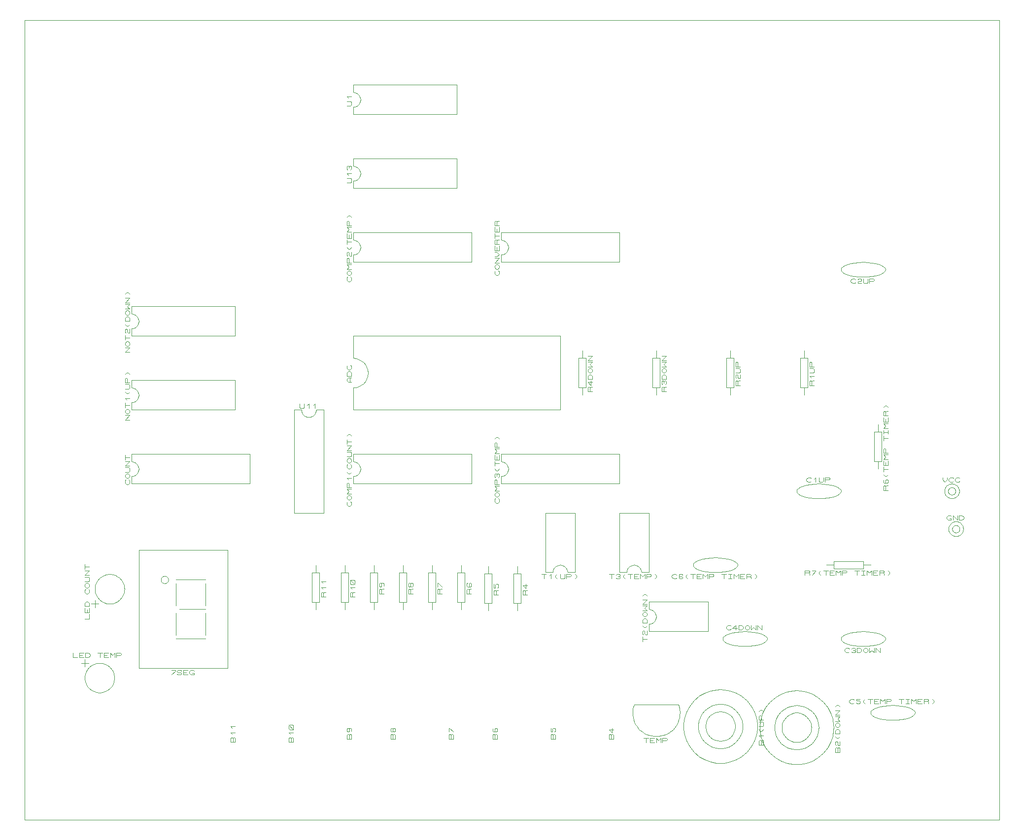
<source format=gbr>
G04 PROTEUS GERBER X2 FILE*
%TF.GenerationSoftware,Labcenter,Proteus,8.16-SP3-Build36097*%
%TF.CreationDate,2024-05-06T12:20:01+00:00*%
%TF.FileFunction,Legend,Top*%
%TF.FilePolarity,Positive*%
%TF.Part,Single*%
%TF.SameCoordinates,{807a0646-054e-4b8c-a3a0-1762012dc6c7}*%
%FSLAX45Y45*%
%MOMM*%
G01*
%TA.AperFunction,Material*%
%ADD22C,0.101600*%
%TA.AperFunction,Profile*%
%ADD21C,0.101600*%
%TD.AperFunction*%
D22*
X-534482Y-1955882D02*
X-534482Y-2082882D01*
X-597982Y-2590882D02*
X-470982Y-2590882D01*
X-470982Y-2082882D01*
X-597982Y-2082882D01*
X-597982Y-2590882D01*
X-534482Y-2590882D02*
X-534482Y-2717882D01*
X-364302Y-2443562D02*
X-440502Y-2443562D01*
X-440502Y-2376887D01*
X-427802Y-2363552D01*
X-415102Y-2363552D01*
X-402402Y-2376887D01*
X-402402Y-2443562D01*
X-402402Y-2376887D02*
X-389702Y-2363552D01*
X-364302Y-2363552D01*
X-389702Y-2256872D02*
X-389702Y-2336882D01*
X-440502Y-2283542D01*
X-364302Y-2283542D01*
X-1034482Y-1955882D02*
X-1034482Y-2082882D01*
X-1097982Y-2590882D02*
X-970982Y-2590882D01*
X-970982Y-2082882D01*
X-1097982Y-2082882D01*
X-1097982Y-2590882D01*
X-1034482Y-2590882D02*
X-1034482Y-2717882D01*
X-864302Y-2443562D02*
X-940502Y-2443562D01*
X-940502Y-2376887D01*
X-927802Y-2363552D01*
X-915102Y-2363552D01*
X-902402Y-2376887D01*
X-902402Y-2443562D01*
X-902402Y-2376887D02*
X-889702Y-2363552D01*
X-864302Y-2363552D01*
X-940502Y-2256872D02*
X-940502Y-2323547D01*
X-915102Y-2323547D01*
X-915102Y-2270207D01*
X-902402Y-2256872D01*
X-877002Y-2256872D01*
X-864302Y-2270207D01*
X-864302Y-2310212D01*
X-877002Y-2323547D01*
X-1500000Y-1937400D02*
X-1500000Y-2064400D01*
X-1563500Y-2572400D02*
X-1436500Y-2572400D01*
X-1436500Y-2064400D01*
X-1563500Y-2064400D01*
X-1563500Y-2572400D01*
X-1500000Y-2572400D02*
X-1500000Y-2699400D01*
X-1329820Y-2425080D02*
X-1406020Y-2425080D01*
X-1406020Y-2358405D01*
X-1393320Y-2345070D01*
X-1380620Y-2345070D01*
X-1367920Y-2358405D01*
X-1367920Y-2425080D01*
X-1367920Y-2358405D02*
X-1355220Y-2345070D01*
X-1329820Y-2345070D01*
X-1393320Y-2238390D02*
X-1406020Y-2251725D01*
X-1406020Y-2291730D01*
X-1393320Y-2305065D01*
X-1342520Y-2305065D01*
X-1329820Y-2291730D01*
X-1329820Y-2251725D01*
X-1342520Y-2238390D01*
X-1355220Y-2238390D01*
X-1367920Y-2251725D01*
X-1367920Y-2305065D01*
X-2000000Y-1937400D02*
X-2000000Y-2064400D01*
X-2063500Y-2572400D02*
X-1936500Y-2572400D01*
X-1936500Y-2064400D01*
X-2063500Y-2064400D01*
X-2063500Y-2572400D01*
X-2000000Y-2572400D02*
X-2000000Y-2699400D01*
X-1829820Y-2425080D02*
X-1906020Y-2425080D01*
X-1906020Y-2358405D01*
X-1893320Y-2345070D01*
X-1880620Y-2345070D01*
X-1867920Y-2358405D01*
X-1867920Y-2425080D01*
X-1867920Y-2358405D02*
X-1855220Y-2345070D01*
X-1829820Y-2345070D01*
X-1906020Y-2305065D02*
X-1906020Y-2238390D01*
X-1893320Y-2238390D01*
X-1829820Y-2305065D01*
X-2500000Y-1937400D02*
X-2500000Y-2064400D01*
X-2563500Y-2572400D02*
X-2436500Y-2572400D01*
X-2436500Y-2064400D01*
X-2563500Y-2064400D01*
X-2563500Y-2572400D01*
X-2500000Y-2572400D02*
X-2500000Y-2699400D01*
X-2329820Y-2425080D02*
X-2406020Y-2425080D01*
X-2406020Y-2358405D01*
X-2393320Y-2345070D01*
X-2380620Y-2345070D01*
X-2367920Y-2358405D01*
X-2367920Y-2425080D01*
X-2367920Y-2358405D02*
X-2355220Y-2345070D01*
X-2329820Y-2345070D01*
X-2367920Y-2291730D02*
X-2380620Y-2305065D01*
X-2393320Y-2305065D01*
X-2406020Y-2291730D01*
X-2406020Y-2251725D01*
X-2393320Y-2238390D01*
X-2380620Y-2238390D01*
X-2367920Y-2251725D01*
X-2367920Y-2291730D01*
X-2355220Y-2305065D01*
X-2342520Y-2305065D01*
X-2329820Y-2291730D01*
X-2329820Y-2251725D01*
X-2342520Y-2238390D01*
X-2355220Y-2238390D01*
X-2367920Y-2251725D01*
X-3000000Y-1937400D02*
X-3000000Y-2064400D01*
X-3063500Y-2572400D02*
X-2936500Y-2572400D01*
X-2936500Y-2064400D01*
X-3063500Y-2064400D01*
X-3063500Y-2572400D01*
X-3000000Y-2572400D02*
X-3000000Y-2699400D01*
X-2829820Y-2425080D02*
X-2906020Y-2425080D01*
X-2906020Y-2358405D01*
X-2893320Y-2345070D01*
X-2880620Y-2345070D01*
X-2867920Y-2358405D01*
X-2867920Y-2425080D01*
X-2867920Y-2358405D02*
X-2855220Y-2345070D01*
X-2829820Y-2345070D01*
X-2880620Y-2238390D02*
X-2867920Y-2251725D01*
X-2867920Y-2291730D01*
X-2880620Y-2305065D01*
X-2893320Y-2305065D01*
X-2906020Y-2291730D01*
X-2906020Y-2251725D01*
X-2893320Y-2238390D01*
X-2842520Y-2238390D01*
X-2829820Y-2251725D01*
X-2829820Y-2291730D01*
X-3500000Y-1937400D02*
X-3500000Y-2064400D01*
X-3563500Y-2572400D02*
X-3436500Y-2572400D01*
X-3436500Y-2064400D01*
X-3563500Y-2064400D01*
X-3563500Y-2572400D01*
X-3500000Y-2572400D02*
X-3500000Y-2699400D01*
X-3329820Y-2478420D02*
X-3406020Y-2478420D01*
X-3406020Y-2411745D01*
X-3393320Y-2398410D01*
X-3380620Y-2398410D01*
X-3367920Y-2411745D01*
X-3367920Y-2478420D01*
X-3367920Y-2411745D02*
X-3355220Y-2398410D01*
X-3329820Y-2398410D01*
X-3380620Y-2345070D02*
X-3406020Y-2318400D01*
X-3329820Y-2318400D01*
X-3342520Y-2265060D02*
X-3393320Y-2265060D01*
X-3406020Y-2251725D01*
X-3406020Y-2198385D01*
X-3393320Y-2185050D01*
X-3342520Y-2185050D01*
X-3329820Y-2198385D01*
X-3329820Y-2251725D01*
X-3342520Y-2265060D01*
X-3329820Y-2265060D02*
X-3406020Y-2185050D01*
X-4000000Y-1937400D02*
X-4000000Y-2064400D01*
X-4063500Y-2572400D02*
X-3936500Y-2572400D01*
X-3936500Y-2064400D01*
X-4063500Y-2064400D01*
X-4063500Y-2572400D01*
X-4000000Y-2572400D02*
X-4000000Y-2699400D01*
X-3829820Y-2478420D02*
X-3906020Y-2478420D01*
X-3906020Y-2411745D01*
X-3893320Y-2398410D01*
X-3880620Y-2398410D01*
X-3867920Y-2411745D01*
X-3867920Y-2478420D01*
X-3867920Y-2411745D02*
X-3855220Y-2398410D01*
X-3829820Y-2398410D01*
X-3880620Y-2345070D02*
X-3906020Y-2318400D01*
X-3829820Y-2318400D01*
X-3880620Y-2238390D02*
X-3906020Y-2211720D01*
X-3829820Y-2211720D01*
X+1114680Y-4921080D02*
X+1038480Y-4921080D01*
X+1038480Y-4854405D01*
X+1051180Y-4841070D01*
X+1063880Y-4841070D01*
X+1076580Y-4854405D01*
X+1089280Y-4841070D01*
X+1101980Y-4841070D01*
X+1114680Y-4854405D01*
X+1114680Y-4921080D01*
X+1076580Y-4921080D02*
X+1076580Y-4854405D01*
X+1089280Y-4734390D02*
X+1089280Y-4814400D01*
X+1038480Y-4761060D01*
X+1114680Y-4761060D01*
X+114680Y-4921080D02*
X+38480Y-4921080D01*
X+38480Y-4854405D01*
X+51180Y-4841070D01*
X+63880Y-4841070D01*
X+76580Y-4854405D01*
X+89280Y-4841070D01*
X+101980Y-4841070D01*
X+114680Y-4854405D01*
X+114680Y-4921080D01*
X+76580Y-4921080D02*
X+76580Y-4854405D01*
X+38480Y-4734390D02*
X+38480Y-4801065D01*
X+63880Y-4801065D01*
X+63880Y-4747725D01*
X+76580Y-4734390D01*
X+101980Y-4734390D01*
X+114680Y-4747725D01*
X+114680Y-4787730D01*
X+101980Y-4801065D01*
X-885320Y-4921080D02*
X-961520Y-4921080D01*
X-961520Y-4854405D01*
X-948820Y-4841070D01*
X-936120Y-4841070D01*
X-923420Y-4854405D01*
X-910720Y-4841070D01*
X-898020Y-4841070D01*
X-885320Y-4854405D01*
X-885320Y-4921080D01*
X-923420Y-4921080D02*
X-923420Y-4854405D01*
X-948820Y-4734390D02*
X-961520Y-4747725D01*
X-961520Y-4787730D01*
X-948820Y-4801065D01*
X-898020Y-4801065D01*
X-885320Y-4787730D01*
X-885320Y-4747725D01*
X-898020Y-4734390D01*
X-910720Y-4734390D01*
X-923420Y-4747725D01*
X-923420Y-4801065D01*
X-1635320Y-4921080D02*
X-1711520Y-4921080D01*
X-1711520Y-4854405D01*
X-1698820Y-4841070D01*
X-1686120Y-4841070D01*
X-1673420Y-4854405D01*
X-1660720Y-4841070D01*
X-1648020Y-4841070D01*
X-1635320Y-4854405D01*
X-1635320Y-4921080D01*
X-1673420Y-4921080D02*
X-1673420Y-4854405D01*
X-1711520Y-4801065D02*
X-1711520Y-4734390D01*
X-1698820Y-4734390D01*
X-1635320Y-4801065D01*
X-2635320Y-4921080D02*
X-2711520Y-4921080D01*
X-2711520Y-4854405D01*
X-2698820Y-4841070D01*
X-2686120Y-4841070D01*
X-2673420Y-4854405D01*
X-2660720Y-4841070D01*
X-2648020Y-4841070D01*
X-2635320Y-4854405D01*
X-2635320Y-4921080D01*
X-2673420Y-4921080D02*
X-2673420Y-4854405D01*
X-2673420Y-4787730D02*
X-2686120Y-4801065D01*
X-2698820Y-4801065D01*
X-2711520Y-4787730D01*
X-2711520Y-4747725D01*
X-2698820Y-4734390D01*
X-2686120Y-4734390D01*
X-2673420Y-4747725D01*
X-2673420Y-4787730D01*
X-2660720Y-4801065D01*
X-2648020Y-4801065D01*
X-2635320Y-4787730D01*
X-2635320Y-4747725D01*
X-2648020Y-4734390D01*
X-2660720Y-4734390D01*
X-2673420Y-4747725D01*
X-3385320Y-4921080D02*
X-3461520Y-4921080D01*
X-3461520Y-4854405D01*
X-3448820Y-4841070D01*
X-3436120Y-4841070D01*
X-3423420Y-4854405D01*
X-3410720Y-4841070D01*
X-3398020Y-4841070D01*
X-3385320Y-4854405D01*
X-3385320Y-4921080D01*
X-3423420Y-4921080D02*
X-3423420Y-4854405D01*
X-3436120Y-4734390D02*
X-3423420Y-4747725D01*
X-3423420Y-4787730D01*
X-3436120Y-4801065D01*
X-3448820Y-4801065D01*
X-3461520Y-4787730D01*
X-3461520Y-4747725D01*
X-3448820Y-4734390D01*
X-3398020Y-4734390D01*
X-3385320Y-4747725D01*
X-3385320Y-4787730D01*
X-4385320Y-4974420D02*
X-4461520Y-4974420D01*
X-4461520Y-4907745D01*
X-4448820Y-4894410D01*
X-4436120Y-4894410D01*
X-4423420Y-4907745D01*
X-4410720Y-4894410D01*
X-4398020Y-4894410D01*
X-4385320Y-4907745D01*
X-4385320Y-4974420D01*
X-4423420Y-4974420D02*
X-4423420Y-4907745D01*
X-4436120Y-4841070D02*
X-4461520Y-4814400D01*
X-4385320Y-4814400D01*
X-4398020Y-4761060D02*
X-4448820Y-4761060D01*
X-4461520Y-4747725D01*
X-4461520Y-4694385D01*
X-4448820Y-4681050D01*
X-4398020Y-4681050D01*
X-4385320Y-4694385D01*
X-4385320Y-4747725D01*
X-4398020Y-4761060D01*
X-4385320Y-4761060D02*
X-4461520Y-4681050D01*
X-5385320Y-4974420D02*
X-5461520Y-4974420D01*
X-5461520Y-4907745D01*
X-5448820Y-4894410D01*
X-5436120Y-4894410D01*
X-5423420Y-4907745D01*
X-5410720Y-4894410D01*
X-5398020Y-4894410D01*
X-5385320Y-4907745D01*
X-5385320Y-4974420D01*
X-5423420Y-4974420D02*
X-5423420Y-4907745D01*
X-5436120Y-4841070D02*
X-5461520Y-4814400D01*
X-5385320Y-4814400D01*
X-5436120Y-4734390D02*
X-5461520Y-4707720D01*
X-5385320Y-4707720D01*
D21*
X-9000000Y-6310400D02*
X+7750000Y-6310400D01*
X+7750000Y+7439600D01*
X-9000000Y+7439600D01*
X-9000000Y-6310400D01*
D22*
X-3103000Y+1371600D02*
X-3108080Y+1423352D01*
X-3122685Y+1471295D01*
X-3145862Y+1514475D01*
X-3176660Y+1551940D01*
X-3214125Y+1582738D01*
X-3257305Y+1605915D01*
X-3305248Y+1620520D01*
X-3357000Y+1625600D01*
X-3103000Y+1371600D02*
X-3108080Y+1319118D01*
X-3122685Y+1270833D01*
X-3145862Y+1227609D01*
X-3176660Y+1190308D01*
X-3214125Y+1159793D01*
X-3257305Y+1136928D01*
X-3305248Y+1122576D01*
X-3357000Y+1117600D01*
X-3357000Y+1625600D02*
X-3357000Y+2006600D01*
X+199000Y+2006600D02*
X+199000Y+736600D01*
X-3357000Y+736600D02*
X-3357000Y+1117600D01*
X-3357000Y+2006600D02*
X+199000Y+2006600D01*
X-3357000Y+736600D02*
X+199000Y+736600D01*
X-3387480Y+1211580D02*
X-3438280Y+1211580D01*
X-3463680Y+1238250D01*
X-3463680Y+1264920D01*
X-3438280Y+1291590D01*
X-3387480Y+1291590D01*
X-3412880Y+1211580D02*
X-3412880Y+1291590D01*
X-3387480Y+1318260D02*
X-3463680Y+1318260D01*
X-3463680Y+1371600D01*
X-3438280Y+1398270D01*
X-3412880Y+1398270D01*
X-3387480Y+1371600D01*
X-3387480Y+1318260D01*
X-3400180Y+1504950D02*
X-3387480Y+1491615D01*
X-3387480Y+1451610D01*
X-3412880Y+1424940D01*
X-3438280Y+1424940D01*
X-3463680Y+1451610D01*
X-3463680Y+1491615D01*
X-3450980Y+1504950D01*
X-7040000Y-3708400D02*
X-5516000Y-3708400D01*
X-5516000Y-1676400D01*
X-7040000Y-1676400D01*
X-7040000Y-3708400D01*
X-5897000Y-3136900D02*
X-5897000Y-2755900D01*
X-6405000Y-3136900D02*
X-6405000Y-2755900D01*
X-6405000Y-2628900D02*
X-6405000Y-2247900D01*
X-5897000Y-2628900D02*
X-5897000Y-2247900D01*
X-5897000Y-2184400D02*
X-6405000Y-2184400D01*
X-5897000Y-2692400D02*
X-6341500Y-2692400D01*
X-5897000Y-3200400D02*
X-6405000Y-3200400D01*
X-6532000Y-2184400D02*
X-6532217Y-2179153D01*
X-6533982Y-2168658D01*
X-6537674Y-2158163D01*
X-6543702Y-2147668D01*
X-6552924Y-2137288D01*
X-6563419Y-2129600D01*
X-6573914Y-2124682D01*
X-6584409Y-2121876D01*
X-6594904Y-2120903D01*
X-6595500Y-2120900D01*
X-6659000Y-2184400D02*
X-6658783Y-2179153D01*
X-6657018Y-2168658D01*
X-6653326Y-2158163D01*
X-6647298Y-2147668D01*
X-6638076Y-2137288D01*
X-6627581Y-2129600D01*
X-6617086Y-2124682D01*
X-6606591Y-2121876D01*
X-6596096Y-2120903D01*
X-6595500Y-2120900D01*
X-6659000Y-2184400D02*
X-6658783Y-2189647D01*
X-6657018Y-2200142D01*
X-6653326Y-2210637D01*
X-6647298Y-2221132D01*
X-6638076Y-2231512D01*
X-6627581Y-2239200D01*
X-6617086Y-2244118D01*
X-6606591Y-2246924D01*
X-6596096Y-2247897D01*
X-6595500Y-2247900D01*
X-6532000Y-2184400D02*
X-6532217Y-2189647D01*
X-6533982Y-2200142D01*
X-6537674Y-2210637D01*
X-6543702Y-2221132D01*
X-6552924Y-2231512D01*
X-6563419Y-2239200D01*
X-6573914Y-2244118D01*
X-6584409Y-2246924D01*
X-6594904Y-2247897D01*
X-6595500Y-2247900D01*
X-6478025Y-3738880D02*
X-6411350Y-3738880D01*
X-6411350Y-3751580D01*
X-6478025Y-3815080D01*
X-6384680Y-3802380D02*
X-6371345Y-3815080D01*
X-6318005Y-3815080D01*
X-6304670Y-3802380D01*
X-6304670Y-3789680D01*
X-6318005Y-3776980D01*
X-6371345Y-3776980D01*
X-6384680Y-3764280D01*
X-6384680Y-3751580D01*
X-6371345Y-3738880D01*
X-6318005Y-3738880D01*
X-6304670Y-3751580D01*
X-6197990Y-3815080D02*
X-6278000Y-3815080D01*
X-6278000Y-3738880D01*
X-6197990Y-3738880D01*
X-6278000Y-3776980D02*
X-6224660Y-3776980D01*
X-6117980Y-3789680D02*
X-6091310Y-3789680D01*
X-6091310Y-3815080D01*
X-6144650Y-3815080D01*
X-6171320Y-3789680D01*
X-6171320Y-3764280D01*
X-6144650Y-3738880D01*
X-6104645Y-3738880D01*
X-6091310Y-3751580D01*
X-3357000Y-533400D02*
X-3357000Y-406400D01*
X-3230000Y-279400D02*
X-3232436Y-253524D01*
X-3239485Y-229552D01*
X-3250762Y-207962D01*
X-3265878Y-189230D01*
X-3284446Y-173831D01*
X-3306081Y-162242D01*
X-3330394Y-154940D01*
X-3357000Y-152400D01*
X-3230000Y-279400D02*
X-3232436Y-306006D01*
X-3239485Y-330319D01*
X-3250762Y-351954D01*
X-3265878Y-370522D01*
X-3284446Y-385638D01*
X-3306081Y-396915D01*
X-3330394Y-403964D01*
X-3357000Y-406400D01*
X-3357000Y-152400D02*
X-3357000Y-25400D01*
X-1325000Y-533400D02*
X-1325000Y-25400D01*
X-3357000Y-533400D02*
X-1325000Y-533400D01*
X-1325000Y-25400D02*
X-3357000Y-25400D01*
X-3400180Y-839470D02*
X-3387480Y-852805D01*
X-3387480Y-892810D01*
X-3412880Y-919480D01*
X-3438280Y-919480D01*
X-3463680Y-892810D01*
X-3463680Y-852805D01*
X-3450980Y-839470D01*
X-3438280Y-812800D02*
X-3463680Y-786130D01*
X-3463680Y-759460D01*
X-3438280Y-732790D01*
X-3412880Y-732790D01*
X-3387480Y-759460D01*
X-3387480Y-786130D01*
X-3412880Y-812800D01*
X-3438280Y-812800D01*
X-3387480Y-706120D02*
X-3463680Y-706120D01*
X-3425580Y-666115D01*
X-3463680Y-626110D01*
X-3387480Y-626110D01*
X-3387480Y-599440D02*
X-3463680Y-599440D01*
X-3463680Y-532765D01*
X-3450980Y-519430D01*
X-3438280Y-519430D01*
X-3425580Y-532765D01*
X-3425580Y-599440D01*
X-3438280Y-466090D02*
X-3463680Y-439420D01*
X-3387480Y-439420D01*
X-3463680Y-332740D02*
X-3438280Y-359410D01*
X-3412880Y-359410D01*
X-3387480Y-332740D01*
X-3400180Y-199390D02*
X-3387480Y-212725D01*
X-3387480Y-252730D01*
X-3412880Y-279400D01*
X-3438280Y-279400D01*
X-3463680Y-252730D01*
X-3463680Y-212725D01*
X-3450980Y-199390D01*
X-3438280Y-172720D02*
X-3463680Y-146050D01*
X-3463680Y-119380D01*
X-3438280Y-92710D01*
X-3412880Y-92710D01*
X-3387480Y-119380D01*
X-3387480Y-146050D01*
X-3412880Y-172720D01*
X-3438280Y-172720D01*
X-3463680Y-66040D02*
X-3400180Y-66040D01*
X-3387480Y-52705D01*
X-3387480Y+635D01*
X-3400180Y+13970D01*
X-3463680Y+13970D01*
X-3387480Y+40640D02*
X-3463680Y+40640D01*
X-3387480Y+120650D01*
X-3463680Y+120650D01*
X-3463680Y+147320D02*
X-3463680Y+227330D01*
X-3463680Y+187325D02*
X-3387480Y+187325D01*
X-3463680Y+294005D02*
X-3438280Y+320675D01*
X-3412880Y+320675D01*
X-3387480Y+294005D01*
X-3357000Y+3276600D02*
X-3357000Y+3403600D01*
X-3230000Y+3530600D02*
X-3232436Y+3556476D01*
X-3239485Y+3580448D01*
X-3250762Y+3602038D01*
X-3265878Y+3620770D01*
X-3284446Y+3636169D01*
X-3306081Y+3647758D01*
X-3330394Y+3655060D01*
X-3357000Y+3657600D01*
X-3230000Y+3530600D02*
X-3232436Y+3503994D01*
X-3239485Y+3479681D01*
X-3250762Y+3458046D01*
X-3265878Y+3439478D01*
X-3284446Y+3424362D01*
X-3306081Y+3413085D01*
X-3330394Y+3406036D01*
X-3357000Y+3403600D01*
X-3357000Y+3657600D02*
X-3357000Y+3784600D01*
X-1325000Y+3276600D02*
X-1325000Y+3784600D01*
X-3357000Y+3276600D02*
X-1325000Y+3276600D01*
X-1325000Y+3784600D02*
X-3357000Y+3784600D01*
X-3400180Y+3023870D02*
X-3387480Y+3010535D01*
X-3387480Y+2970530D01*
X-3412880Y+2943860D01*
X-3438280Y+2943860D01*
X-3463680Y+2970530D01*
X-3463680Y+3010535D01*
X-3450980Y+3023870D01*
X-3438280Y+3050540D02*
X-3463680Y+3077210D01*
X-3463680Y+3103880D01*
X-3438280Y+3130550D01*
X-3412880Y+3130550D01*
X-3387480Y+3103880D01*
X-3387480Y+3077210D01*
X-3412880Y+3050540D01*
X-3438280Y+3050540D01*
X-3387480Y+3157220D02*
X-3463680Y+3157220D01*
X-3425580Y+3197225D01*
X-3463680Y+3237230D01*
X-3387480Y+3237230D01*
X-3387480Y+3263900D02*
X-3463680Y+3263900D01*
X-3463680Y+3330575D01*
X-3450980Y+3343910D01*
X-3438280Y+3343910D01*
X-3425580Y+3330575D01*
X-3425580Y+3263900D01*
X-3450980Y+3383915D02*
X-3463680Y+3397250D01*
X-3463680Y+3437255D01*
X-3450980Y+3450590D01*
X-3438280Y+3450590D01*
X-3425580Y+3437255D01*
X-3425580Y+3397250D01*
X-3412880Y+3383915D01*
X-3387480Y+3383915D01*
X-3387480Y+3450590D01*
X-3463680Y+3530600D02*
X-3438280Y+3503930D01*
X-3412880Y+3503930D01*
X-3387480Y+3530600D01*
X-3463680Y+3583940D02*
X-3463680Y+3663950D01*
X-3463680Y+3623945D02*
X-3387480Y+3623945D01*
X-3387480Y+3770630D02*
X-3387480Y+3690620D01*
X-3463680Y+3690620D01*
X-3463680Y+3770630D01*
X-3425580Y+3690620D02*
X-3425580Y+3743960D01*
X-3387480Y+3797300D02*
X-3463680Y+3797300D01*
X-3425580Y+3837305D01*
X-3463680Y+3877310D01*
X-3387480Y+3877310D01*
X-3387480Y+3903980D02*
X-3463680Y+3903980D01*
X-3463680Y+3970655D01*
X-3450980Y+3983990D01*
X-3438280Y+3983990D01*
X-3425580Y+3970655D01*
X-3425580Y+3903980D01*
X-3463680Y+4050665D02*
X-3438280Y+4077335D01*
X-3412880Y+4077335D01*
X-3387480Y+4050665D01*
X-817000Y-533400D02*
X-817000Y-406400D01*
X-690000Y-279400D02*
X-692436Y-253524D01*
X-699485Y-229552D01*
X-710762Y-207962D01*
X-725878Y-189230D01*
X-744446Y-173831D01*
X-766081Y-162242D01*
X-790394Y-154940D01*
X-817000Y-152400D01*
X-690000Y-279400D02*
X-692436Y-306006D01*
X-699485Y-330319D01*
X-710762Y-351954D01*
X-725878Y-370522D01*
X-744446Y-385638D01*
X-766081Y-396915D01*
X-790394Y-403964D01*
X-817000Y-406400D01*
X-817000Y-152400D02*
X-817000Y-25400D01*
X+1215000Y-533400D02*
X+1215000Y-25400D01*
X-817000Y-533400D02*
X+1215000Y-533400D01*
X+1215000Y-25400D02*
X-817000Y-25400D01*
X-860180Y-786130D02*
X-847480Y-799465D01*
X-847480Y-839470D01*
X-872880Y-866140D01*
X-898280Y-866140D01*
X-923680Y-839470D01*
X-923680Y-799465D01*
X-910980Y-786130D01*
X-898280Y-759460D02*
X-923680Y-732790D01*
X-923680Y-706120D01*
X-898280Y-679450D01*
X-872880Y-679450D01*
X-847480Y-706120D01*
X-847480Y-732790D01*
X-872880Y-759460D01*
X-898280Y-759460D01*
X-847480Y-652780D02*
X-923680Y-652780D01*
X-885580Y-612775D01*
X-923680Y-572770D01*
X-847480Y-572770D01*
X-847480Y-546100D02*
X-923680Y-546100D01*
X-923680Y-479425D01*
X-910980Y-466090D01*
X-898280Y-466090D01*
X-885580Y-479425D01*
X-885580Y-546100D01*
X-910980Y-426085D02*
X-923680Y-412750D01*
X-923680Y-372745D01*
X-910980Y-359410D01*
X-898280Y-359410D01*
X-885580Y-372745D01*
X-872880Y-359410D01*
X-860180Y-359410D01*
X-847480Y-372745D01*
X-847480Y-412750D01*
X-860180Y-426085D01*
X-885580Y-399415D02*
X-885580Y-372745D01*
X-923680Y-279400D02*
X-898280Y-306070D01*
X-872880Y-306070D01*
X-847480Y-279400D01*
X-923680Y-226060D02*
X-923680Y-146050D01*
X-923680Y-186055D02*
X-847480Y-186055D01*
X-847480Y-39370D02*
X-847480Y-119380D01*
X-923680Y-119380D01*
X-923680Y-39370D01*
X-885580Y-119380D02*
X-885580Y-66040D01*
X-847480Y-12700D02*
X-923680Y-12700D01*
X-885580Y+27305D01*
X-923680Y+67310D01*
X-847480Y+67310D01*
X-847480Y+93980D02*
X-923680Y+93980D01*
X-923680Y+160655D01*
X-910980Y+173990D01*
X-898280Y+173990D01*
X-885580Y+160655D01*
X-885580Y+93980D01*
X-923680Y+240665D02*
X-898280Y+267335D01*
X-872880Y+267335D01*
X-847480Y+240665D01*
X-817000Y+3276600D02*
X-817000Y+3403600D01*
X-690000Y+3530600D02*
X-692436Y+3556476D01*
X-699485Y+3580448D01*
X-710762Y+3602038D01*
X-725878Y+3620770D01*
X-744446Y+3636169D01*
X-766081Y+3647758D01*
X-790394Y+3655060D01*
X-817000Y+3657600D01*
X-690000Y+3530600D02*
X-692436Y+3503994D01*
X-699485Y+3479681D01*
X-710762Y+3458046D01*
X-725878Y+3439478D01*
X-744446Y+3424362D01*
X-766081Y+3413085D01*
X-790394Y+3406036D01*
X-817000Y+3403600D01*
X-817000Y+3657600D02*
X-817000Y+3784600D01*
X+1215000Y+3276600D02*
X+1215000Y+3784600D01*
X-817000Y+3276600D02*
X+1215000Y+3276600D01*
X+1215000Y+3784600D02*
X-817000Y+3784600D01*
X-860180Y+3130550D02*
X-847480Y+3117215D01*
X-847480Y+3077210D01*
X-872880Y+3050540D01*
X-898280Y+3050540D01*
X-923680Y+3077210D01*
X-923680Y+3117215D01*
X-910980Y+3130550D01*
X-898280Y+3157220D02*
X-923680Y+3183890D01*
X-923680Y+3210560D01*
X-898280Y+3237230D01*
X-872880Y+3237230D01*
X-847480Y+3210560D01*
X-847480Y+3183890D01*
X-872880Y+3157220D01*
X-898280Y+3157220D01*
X-847480Y+3263900D02*
X-923680Y+3263900D01*
X-847480Y+3343910D01*
X-923680Y+3343910D01*
X-923680Y+3370580D02*
X-885580Y+3370580D01*
X-847480Y+3410585D01*
X-885580Y+3450590D01*
X-923680Y+3450590D01*
X-847480Y+3557270D02*
X-847480Y+3477260D01*
X-923680Y+3477260D01*
X-923680Y+3557270D01*
X-885580Y+3477260D02*
X-885580Y+3530600D01*
X-847480Y+3583940D02*
X-923680Y+3583940D01*
X-923680Y+3650615D01*
X-910980Y+3663950D01*
X-898280Y+3663950D01*
X-885580Y+3650615D01*
X-885580Y+3583940D01*
X-885580Y+3650615D02*
X-872880Y+3663950D01*
X-847480Y+3663950D01*
X-923680Y+3690620D02*
X-923680Y+3770630D01*
X-923680Y+3730625D02*
X-847480Y+3730625D01*
X-847480Y+3877310D02*
X-847480Y+3797300D01*
X-923680Y+3797300D01*
X-923680Y+3877310D01*
X-885580Y+3797300D02*
X-885580Y+3850640D01*
X-847480Y+3903980D02*
X-923680Y+3903980D01*
X-923680Y+3970655D01*
X-910980Y+3983990D01*
X-898280Y+3983990D01*
X-885580Y+3970655D01*
X-885580Y+3903980D01*
X-885580Y+3970655D02*
X-872880Y+3983990D01*
X-847480Y+3983990D01*
X-3992000Y+736600D02*
X-3865000Y+736600D01*
X-4373000Y+736600D02*
X-4246000Y+736600D01*
X-4119000Y+609600D02*
X-4093124Y+612036D01*
X-4069152Y+619085D01*
X-4047562Y+630362D01*
X-4028830Y+645478D01*
X-4013431Y+664046D01*
X-4001842Y+685681D01*
X-3994540Y+709994D01*
X-3992000Y+736600D01*
X-4119000Y+609600D02*
X-4145606Y+612036D01*
X-4169919Y+619085D01*
X-4191554Y+630362D01*
X-4210122Y+645478D01*
X-4225238Y+664046D01*
X-4236515Y+685681D01*
X-4243564Y+709994D01*
X-4246000Y+736600D01*
X-4373000Y+736600D02*
X-4373000Y-1041400D01*
X-3865000Y-1041400D01*
X-3865000Y+736600D01*
X-4279020Y+843280D02*
X-4279020Y+779780D01*
X-4265685Y+767080D01*
X-4212345Y+767080D01*
X-4199010Y+779780D01*
X-4199010Y+843280D01*
X-4145670Y+817880D02*
X-4119000Y+843280D01*
X-4119000Y+767080D01*
X-4038990Y+817880D02*
X-4012320Y+843280D01*
X-4012320Y+767080D01*
X-3357000Y+4927600D02*
X-3357000Y+5054600D01*
X-3357000Y+4546600D02*
X-3357000Y+4673600D01*
X-3230000Y+4800600D02*
X-3232436Y+4826476D01*
X-3239485Y+4850448D01*
X-3250762Y+4872038D01*
X-3265878Y+4890770D01*
X-3284446Y+4906169D01*
X-3306081Y+4917758D01*
X-3330394Y+4925060D01*
X-3357000Y+4927600D01*
X-3230000Y+4800600D02*
X-3232436Y+4773994D01*
X-3239485Y+4749681D01*
X-3250762Y+4728046D01*
X-3265878Y+4709478D01*
X-3284446Y+4694362D01*
X-3306081Y+4683085D01*
X-3330394Y+4676036D01*
X-3357000Y+4673600D01*
X-3357000Y+4546600D02*
X-1579000Y+4546600D01*
X-1579000Y+5054600D01*
X-3357000Y+5054600D01*
X-3463680Y+4640580D02*
X-3400180Y+4640580D01*
X-3387480Y+4653915D01*
X-3387480Y+4707255D01*
X-3400180Y+4720590D01*
X-3463680Y+4720590D01*
X-3438280Y+4773930D02*
X-3463680Y+4800600D01*
X-3387480Y+4800600D01*
X-3450980Y+4867275D02*
X-3463680Y+4880610D01*
X-3463680Y+4920615D01*
X-3450980Y+4933950D01*
X-3438280Y+4933950D01*
X-3425580Y+4920615D01*
X-3412880Y+4933950D01*
X-3400180Y+4933950D01*
X-3387480Y+4920615D01*
X-3387480Y+4880610D01*
X-3400180Y+4867275D01*
X-3425580Y+4893945D02*
X-3425580Y+4920615D01*
X-7167000Y-533400D02*
X-7167000Y-406400D01*
X-7040000Y-279400D02*
X-7042436Y-253524D01*
X-7049485Y-229552D01*
X-7060762Y-207962D01*
X-7075878Y-189230D01*
X-7094446Y-173831D01*
X-7116081Y-162242D01*
X-7140394Y-154940D01*
X-7167000Y-152400D01*
X-7040000Y-279400D02*
X-7042436Y-306006D01*
X-7049485Y-330319D01*
X-7060762Y-351954D01*
X-7075878Y-370522D01*
X-7094446Y-385638D01*
X-7116081Y-396915D01*
X-7140394Y-403964D01*
X-7167000Y-406400D01*
X-7167000Y-152400D02*
X-7167000Y-25400D01*
X-5135000Y-533400D02*
X-5135000Y-25400D01*
X-7167000Y-533400D02*
X-5135000Y-533400D01*
X-5135000Y-25400D02*
X-7167000Y-25400D01*
X-7210180Y-466090D02*
X-7197480Y-479425D01*
X-7197480Y-519430D01*
X-7222880Y-546100D01*
X-7248280Y-546100D01*
X-7273680Y-519430D01*
X-7273680Y-479425D01*
X-7260980Y-466090D01*
X-7248280Y-439420D02*
X-7273680Y-412750D01*
X-7273680Y-386080D01*
X-7248280Y-359410D01*
X-7222880Y-359410D01*
X-7197480Y-386080D01*
X-7197480Y-412750D01*
X-7222880Y-439420D01*
X-7248280Y-439420D01*
X-7273680Y-332740D02*
X-7210180Y-332740D01*
X-7197480Y-319405D01*
X-7197480Y-266065D01*
X-7210180Y-252730D01*
X-7273680Y-252730D01*
X-7197480Y-226060D02*
X-7273680Y-226060D01*
X-7197480Y-146050D01*
X-7273680Y-146050D01*
X-7273680Y-119380D02*
X-7273680Y-39370D01*
X-7273680Y-79375D02*
X-7197480Y-79375D01*
X-3357000Y+6197600D02*
X-3357000Y+6324600D01*
X-3357000Y+5816600D02*
X-3357000Y+5943600D01*
X-3230000Y+6070600D02*
X-3232436Y+6096476D01*
X-3239485Y+6120448D01*
X-3250762Y+6142038D01*
X-3265878Y+6160770D01*
X-3284446Y+6176169D01*
X-3306081Y+6187758D01*
X-3330394Y+6195060D01*
X-3357000Y+6197600D01*
X-3230000Y+6070600D02*
X-3232436Y+6043994D01*
X-3239485Y+6019681D01*
X-3250762Y+5998046D01*
X-3265878Y+5979478D01*
X-3284446Y+5964362D01*
X-3306081Y+5953085D01*
X-3330394Y+5946036D01*
X-3357000Y+5943600D01*
X-3357000Y+5816600D02*
X-1579000Y+5816600D01*
X-1579000Y+6324600D01*
X-3357000Y+6324600D01*
X-3463680Y+5963920D02*
X-3400180Y+5963920D01*
X-3387480Y+5977255D01*
X-3387480Y+6030595D01*
X-3400180Y+6043930D01*
X-3463680Y+6043930D01*
X-3438280Y+6097270D02*
X-3463680Y+6123940D01*
X-3387480Y+6123940D01*
X-7167000Y+1117600D02*
X-7167000Y+1244600D01*
X-7167000Y+736600D02*
X-7167000Y+863600D01*
X-7040000Y+990600D02*
X-7042436Y+1016476D01*
X-7049485Y+1040448D01*
X-7060762Y+1062038D01*
X-7075878Y+1080770D01*
X-7094446Y+1096169D01*
X-7116081Y+1107758D01*
X-7140394Y+1115060D01*
X-7167000Y+1117600D01*
X-7040000Y+990600D02*
X-7042436Y+963994D01*
X-7049485Y+939681D01*
X-7060762Y+918046D01*
X-7075878Y+899478D01*
X-7094446Y+884362D01*
X-7116081Y+873085D01*
X-7140394Y+866036D01*
X-7167000Y+863600D01*
X-7167000Y+736600D02*
X-5389000Y+736600D01*
X-5389000Y+1244600D01*
X-7167000Y+1244600D01*
X-7197480Y+563880D02*
X-7273680Y+563880D01*
X-7197480Y+643890D01*
X-7273680Y+643890D01*
X-7248280Y+670560D02*
X-7273680Y+697230D01*
X-7273680Y+723900D01*
X-7248280Y+750570D01*
X-7222880Y+750570D01*
X-7197480Y+723900D01*
X-7197480Y+697230D01*
X-7222880Y+670560D01*
X-7248280Y+670560D01*
X-7273680Y+777240D02*
X-7273680Y+857250D01*
X-7273680Y+817245D02*
X-7197480Y+817245D01*
X-7248280Y+910590D02*
X-7273680Y+937260D01*
X-7197480Y+937260D01*
X-7273680Y+1043940D02*
X-7248280Y+1017270D01*
X-7222880Y+1017270D01*
X-7197480Y+1043940D01*
X-7273680Y+1097280D02*
X-7210180Y+1097280D01*
X-7197480Y+1110615D01*
X-7197480Y+1163955D01*
X-7210180Y+1177290D01*
X-7273680Y+1177290D01*
X-7197480Y+1203960D02*
X-7273680Y+1203960D01*
X-7273680Y+1270635D01*
X-7260980Y+1283970D01*
X-7248280Y+1283970D01*
X-7235580Y+1270635D01*
X-7235580Y+1203960D01*
X-7273680Y+1350645D02*
X-7248280Y+1377315D01*
X-7222880Y+1377315D01*
X-7197480Y+1350645D01*
X-7167000Y+2387600D02*
X-7167000Y+2514600D01*
X-7167000Y+2006600D02*
X-7167000Y+2133600D01*
X-7040000Y+2260600D02*
X-7042436Y+2286476D01*
X-7049485Y+2310448D01*
X-7060762Y+2332038D01*
X-7075878Y+2350770D01*
X-7094446Y+2366169D01*
X-7116081Y+2377758D01*
X-7140394Y+2385060D01*
X-7167000Y+2387600D01*
X-7040000Y+2260600D02*
X-7042436Y+2233994D01*
X-7049485Y+2209681D01*
X-7060762Y+2188046D01*
X-7075878Y+2169478D01*
X-7094446Y+2154362D01*
X-7116081Y+2143085D01*
X-7140394Y+2136036D01*
X-7167000Y+2133600D01*
X-7167000Y+2006600D02*
X-5389000Y+2006600D01*
X-5389000Y+2514600D01*
X-7167000Y+2514600D01*
X-7197480Y+1727200D02*
X-7273680Y+1727200D01*
X-7197480Y+1807210D01*
X-7273680Y+1807210D01*
X-7248280Y+1833880D02*
X-7273680Y+1860550D01*
X-7273680Y+1887220D01*
X-7248280Y+1913890D01*
X-7222880Y+1913890D01*
X-7197480Y+1887220D01*
X-7197480Y+1860550D01*
X-7222880Y+1833880D01*
X-7248280Y+1833880D01*
X-7273680Y+1940560D02*
X-7273680Y+2020570D01*
X-7273680Y+1980565D02*
X-7197480Y+1980565D01*
X-7260980Y+2060575D02*
X-7273680Y+2073910D01*
X-7273680Y+2113915D01*
X-7260980Y+2127250D01*
X-7248280Y+2127250D01*
X-7235580Y+2113915D01*
X-7235580Y+2073910D01*
X-7222880Y+2060575D01*
X-7197480Y+2060575D01*
X-7197480Y+2127250D01*
X-7273680Y+2207260D02*
X-7248280Y+2180590D01*
X-7222880Y+2180590D01*
X-7197480Y+2207260D01*
X-7197480Y+2260600D02*
X-7273680Y+2260600D01*
X-7273680Y+2313940D01*
X-7248280Y+2340610D01*
X-7222880Y+2340610D01*
X-7197480Y+2313940D01*
X-7197480Y+2260600D01*
X-7248280Y+2367280D02*
X-7273680Y+2393950D01*
X-7273680Y+2420620D01*
X-7248280Y+2447290D01*
X-7222880Y+2447290D01*
X-7197480Y+2420620D01*
X-7197480Y+2393950D01*
X-7222880Y+2367280D01*
X-7248280Y+2367280D01*
X-7273680Y+2473960D02*
X-7197480Y+2473960D01*
X-7235580Y+2513965D01*
X-7197480Y+2553970D01*
X-7273680Y+2553970D01*
X-7197480Y+2580640D02*
X-7273680Y+2580640D01*
X-7197480Y+2660650D01*
X-7273680Y+2660650D01*
X-7273680Y+2727325D02*
X-7248280Y+2753995D01*
X-7222880Y+2753995D01*
X-7197480Y+2727325D01*
X+3588000Y-4704400D02*
X+3586119Y-4655555D01*
X+3570861Y-4557863D01*
X+3539155Y-4460171D01*
X+3488084Y-4362479D01*
X+3411220Y-4264787D01*
X+3313721Y-4181805D01*
X+3216029Y-4126437D01*
X+3118337Y-4091302D01*
X+3020645Y-4073013D01*
X+2953000Y-4069400D01*
X+2318000Y-4704400D02*
X+2319881Y-4655555D01*
X+2335139Y-4557863D01*
X+2366845Y-4460171D01*
X+2417916Y-4362479D01*
X+2494780Y-4264787D01*
X+2592279Y-4181805D01*
X+2689971Y-4126437D01*
X+2787663Y-4091302D01*
X+2885355Y-4073013D01*
X+2953000Y-4069400D01*
X+2318000Y-4704400D02*
X+2319881Y-4753245D01*
X+2335139Y-4850937D01*
X+2366845Y-4948629D01*
X+2417916Y-5046321D01*
X+2494780Y-5144013D01*
X+2592279Y-5226995D01*
X+2689971Y-5282363D01*
X+2787663Y-5317498D01*
X+2885355Y-5335787D01*
X+2953000Y-5339400D01*
X+3588000Y-4704400D02*
X+3586119Y-4753245D01*
X+3570861Y-4850937D01*
X+3539155Y-4948629D01*
X+3488084Y-5046321D01*
X+3411220Y-5144013D01*
X+3313721Y-5226995D01*
X+3216029Y-5282363D01*
X+3118337Y-5317498D01*
X+3020645Y-5335787D01*
X+2953000Y-5339400D01*
X+3207000Y-4704400D02*
X+3206173Y-4683917D01*
X+3199455Y-4642950D01*
X+3185437Y-4601983D01*
X+3162659Y-4561016D01*
X+3127859Y-4520171D01*
X+3086892Y-4488555D01*
X+3045925Y-4468008D01*
X+3004958Y-4455771D01*
X+2963991Y-4450638D01*
X+2953000Y-4450400D01*
X+2699000Y-4704400D02*
X+2699827Y-4683917D01*
X+2706545Y-4642950D01*
X+2720563Y-4601983D01*
X+2743341Y-4561016D01*
X+2778141Y-4520171D01*
X+2819108Y-4488555D01*
X+2860075Y-4468008D01*
X+2901042Y-4455771D01*
X+2942009Y-4450638D01*
X+2953000Y-4450400D01*
X+2699000Y-4704400D02*
X+2699827Y-4724883D01*
X+2706545Y-4765850D01*
X+2720563Y-4806817D01*
X+2743341Y-4847784D01*
X+2778141Y-4888629D01*
X+2819108Y-4920245D01*
X+2860075Y-4940792D01*
X+2901042Y-4953029D01*
X+2942009Y-4958162D01*
X+2953000Y-4958400D01*
X+3207000Y-4704400D02*
X+3206173Y-4724883D01*
X+3199455Y-4765850D01*
X+3185437Y-4806817D01*
X+3162659Y-4847784D01*
X+3127859Y-4888629D01*
X+3086892Y-4920245D01*
X+3045925Y-4940792D01*
X+3004958Y-4953029D01*
X+2963991Y-4958162D01*
X+2953000Y-4958400D01*
X+3334000Y-4704400D02*
X+3332798Y-4674163D01*
X+3323043Y-4613687D01*
X+3302718Y-4553211D01*
X+3269795Y-4492735D01*
X+3219674Y-4432286D01*
X+3159198Y-4384020D01*
X+3098722Y-4352369D01*
X+3038246Y-4333059D01*
X+2977770Y-4324206D01*
X+2953000Y-4323400D01*
X+2572000Y-4704400D02*
X+2573202Y-4674163D01*
X+2582957Y-4613687D01*
X+2603282Y-4553211D01*
X+2636205Y-4492735D01*
X+2686326Y-4432286D01*
X+2746802Y-4384020D01*
X+2807278Y-4352369D01*
X+2867754Y-4333059D01*
X+2928230Y-4324206D01*
X+2953000Y-4323400D01*
X+2572000Y-4704400D02*
X+2573202Y-4734637D01*
X+2582957Y-4795113D01*
X+2603282Y-4855589D01*
X+2636205Y-4916065D01*
X+2686326Y-4976514D01*
X+2746802Y-5024780D01*
X+2807278Y-5056431D01*
X+2867754Y-5075741D01*
X+2928230Y-5084594D01*
X+2953000Y-5085400D01*
X+3334000Y-4704400D02*
X+3332798Y-4734637D01*
X+3323043Y-4795113D01*
X+3302718Y-4855589D01*
X+3269795Y-4916065D01*
X+3219674Y-4976514D01*
X+3159198Y-5024780D01*
X+3098722Y-5056431D01*
X+3038246Y-5075741D01*
X+2977770Y-5084594D01*
X+2953000Y-5085400D01*
X+3694680Y-5024440D02*
X+3618480Y-5024440D01*
X+3618480Y-4957765D01*
X+3631180Y-4944430D01*
X+3643880Y-4944430D01*
X+3656580Y-4957765D01*
X+3669280Y-4944430D01*
X+3681980Y-4944430D01*
X+3694680Y-4957765D01*
X+3694680Y-5024440D01*
X+3656580Y-5024440D02*
X+3656580Y-4957765D01*
X+3643880Y-4891090D02*
X+3618480Y-4864420D01*
X+3694680Y-4864420D01*
X+3618480Y-4757740D02*
X+3643880Y-4784410D01*
X+3669280Y-4784410D01*
X+3694680Y-4757740D01*
X+3618480Y-4704400D02*
X+3681980Y-4704400D01*
X+3694680Y-4691065D01*
X+3694680Y-4637725D01*
X+3681980Y-4624390D01*
X+3618480Y-4624390D01*
X+3694680Y-4597720D02*
X+3618480Y-4597720D01*
X+3618480Y-4531045D01*
X+3631180Y-4517710D01*
X+3643880Y-4517710D01*
X+3656580Y-4531045D01*
X+3656580Y-4597720D01*
X+3618480Y-4451035D02*
X+3643880Y-4424365D01*
X+3669280Y-4424365D01*
X+3694680Y-4451035D01*
X+4898000Y-4724400D02*
X+4896119Y-4675555D01*
X+4880861Y-4577863D01*
X+4849155Y-4480171D01*
X+4798084Y-4382479D01*
X+4721220Y-4284787D01*
X+4623721Y-4201805D01*
X+4526029Y-4146437D01*
X+4428337Y-4111302D01*
X+4330645Y-4093013D01*
X+4263000Y-4089400D01*
X+3628000Y-4724400D02*
X+3629881Y-4675555D01*
X+3645139Y-4577863D01*
X+3676845Y-4480171D01*
X+3727916Y-4382479D01*
X+3804780Y-4284787D01*
X+3902279Y-4201805D01*
X+3999971Y-4146437D01*
X+4097663Y-4111302D01*
X+4195355Y-4093013D01*
X+4263000Y-4089400D01*
X+3628000Y-4724400D02*
X+3629881Y-4773245D01*
X+3645139Y-4870937D01*
X+3676845Y-4968629D01*
X+3727916Y-5066321D01*
X+3804780Y-5164013D01*
X+3902279Y-5246995D01*
X+3999971Y-5302363D01*
X+4097663Y-5337498D01*
X+4195355Y-5355787D01*
X+4263000Y-5359400D01*
X+4898000Y-4724400D02*
X+4896119Y-4773245D01*
X+4880861Y-4870937D01*
X+4849155Y-4968629D01*
X+4798084Y-5066321D01*
X+4721220Y-5164013D01*
X+4623721Y-5246995D01*
X+4526029Y-5302363D01*
X+4428337Y-5337498D01*
X+4330645Y-5355787D01*
X+4263000Y-5359400D01*
X+4517000Y-4724400D02*
X+4516173Y-4703917D01*
X+4509455Y-4662950D01*
X+4495437Y-4621983D01*
X+4472659Y-4581016D01*
X+4437859Y-4540171D01*
X+4396892Y-4508555D01*
X+4355925Y-4488008D01*
X+4314958Y-4475771D01*
X+4273991Y-4470638D01*
X+4263000Y-4470400D01*
X+4009000Y-4724400D02*
X+4009827Y-4703917D01*
X+4016545Y-4662950D01*
X+4030563Y-4621983D01*
X+4053341Y-4581016D01*
X+4088141Y-4540171D01*
X+4129108Y-4508555D01*
X+4170075Y-4488008D01*
X+4211042Y-4475771D01*
X+4252009Y-4470638D01*
X+4263000Y-4470400D01*
X+4009000Y-4724400D02*
X+4009827Y-4744883D01*
X+4016545Y-4785850D01*
X+4030563Y-4826817D01*
X+4053341Y-4867784D01*
X+4088141Y-4908629D01*
X+4129108Y-4940245D01*
X+4170075Y-4960792D01*
X+4211042Y-4973029D01*
X+4252009Y-4978162D01*
X+4263000Y-4978400D01*
X+4517000Y-4724400D02*
X+4516173Y-4744883D01*
X+4509455Y-4785850D01*
X+4495437Y-4826817D01*
X+4472659Y-4867784D01*
X+4437859Y-4908629D01*
X+4396892Y-4940245D01*
X+4355925Y-4960792D01*
X+4314958Y-4973029D01*
X+4273991Y-4978162D01*
X+4263000Y-4978400D01*
X+4644000Y-4724400D02*
X+4642798Y-4694163D01*
X+4633043Y-4633687D01*
X+4612718Y-4573211D01*
X+4579795Y-4512735D01*
X+4529674Y-4452286D01*
X+4469198Y-4404020D01*
X+4408722Y-4372369D01*
X+4348246Y-4353059D01*
X+4287770Y-4344206D01*
X+4263000Y-4343400D01*
X+3882000Y-4724400D02*
X+3883202Y-4694163D01*
X+3892957Y-4633687D01*
X+3913282Y-4573211D01*
X+3946205Y-4512735D01*
X+3996326Y-4452286D01*
X+4056802Y-4404020D01*
X+4117278Y-4372369D01*
X+4177754Y-4353059D01*
X+4238230Y-4344206D01*
X+4263000Y-4343400D01*
X+3882000Y-4724400D02*
X+3883202Y-4754637D01*
X+3892957Y-4815113D01*
X+3913282Y-4875589D01*
X+3946205Y-4936065D01*
X+3996326Y-4996514D01*
X+4056802Y-5044780D01*
X+4117278Y-5076431D01*
X+4177754Y-5095741D01*
X+4238230Y-5104594D01*
X+4263000Y-5105400D01*
X+4644000Y-4724400D02*
X+4642798Y-4754637D01*
X+4633043Y-4815113D01*
X+4612718Y-4875589D01*
X+4579795Y-4936065D01*
X+4529674Y-4996514D01*
X+4469198Y-5044780D01*
X+4408722Y-5076431D01*
X+4348246Y-5095741D01*
X+4287770Y-5104594D01*
X+4263000Y-5105400D01*
X+5004680Y-5151120D02*
X+4928480Y-5151120D01*
X+4928480Y-5084445D01*
X+4941180Y-5071110D01*
X+4953880Y-5071110D01*
X+4966580Y-5084445D01*
X+4979280Y-5071110D01*
X+4991980Y-5071110D01*
X+5004680Y-5084445D01*
X+5004680Y-5151120D01*
X+4966580Y-5151120D02*
X+4966580Y-5084445D01*
X+4941180Y-5031105D02*
X+4928480Y-5017770D01*
X+4928480Y-4977765D01*
X+4941180Y-4964430D01*
X+4953880Y-4964430D01*
X+4966580Y-4977765D01*
X+4966580Y-5017770D01*
X+4979280Y-5031105D01*
X+5004680Y-5031105D01*
X+5004680Y-4964430D01*
X+4928480Y-4884420D02*
X+4953880Y-4911090D01*
X+4979280Y-4911090D01*
X+5004680Y-4884420D01*
X+5004680Y-4831080D02*
X+4928480Y-4831080D01*
X+4928480Y-4777740D01*
X+4953880Y-4751070D01*
X+4979280Y-4751070D01*
X+5004680Y-4777740D01*
X+5004680Y-4831080D01*
X+4953880Y-4724400D02*
X+4928480Y-4697730D01*
X+4928480Y-4671060D01*
X+4953880Y-4644390D01*
X+4979280Y-4644390D01*
X+5004680Y-4671060D01*
X+5004680Y-4697730D01*
X+4979280Y-4724400D01*
X+4953880Y-4724400D01*
X+4928480Y-4617720D02*
X+5004680Y-4617720D01*
X+4966580Y-4577715D01*
X+5004680Y-4537710D01*
X+4928480Y-4537710D01*
X+5004680Y-4511040D02*
X+4928480Y-4511040D01*
X+5004680Y-4431030D01*
X+4928480Y-4431030D01*
X+4928480Y-4364355D02*
X+4953880Y-4337685D01*
X+4979280Y-4337685D01*
X+5004680Y-4364355D01*
X+2256400Y-4470400D02*
X+2254347Y-4512636D01*
X+2248314Y-4553496D01*
X+2238485Y-4592793D01*
X+2225047Y-4630341D01*
X+2208186Y-4665954D01*
X+2188088Y-4699446D01*
X+2138925Y-4759325D01*
X+2079047Y-4808488D01*
X+2045554Y-4828586D01*
X+2009941Y-4845447D01*
X+1972393Y-4858885D01*
X+1933096Y-4868714D01*
X+1892236Y-4874747D01*
X+1850000Y-4876800D01*
X+1443600Y-4470400D02*
X+1445653Y-4512636D01*
X+1451686Y-4553496D01*
X+1461515Y-4592793D01*
X+1474953Y-4630341D01*
X+1491814Y-4665954D01*
X+1511912Y-4699446D01*
X+1561075Y-4759325D01*
X+1620953Y-4808488D01*
X+1654446Y-4828586D01*
X+1690059Y-4845447D01*
X+1727607Y-4858885D01*
X+1766904Y-4868714D01*
X+1807764Y-4874747D01*
X+1850000Y-4876800D01*
X+2256400Y-4470400D02*
X+2249415Y-4396740D01*
X+2231000Y-4330700D01*
X+1443600Y-4470400D02*
X+1450585Y-4396740D01*
X+1469000Y-4330700D01*
X+2231000Y-4330700D02*
X+1469000Y-4330700D01*
X+1636640Y-4907280D02*
X+1716650Y-4907280D01*
X+1676645Y-4907280D02*
X+1676645Y-4983480D01*
X+1823330Y-4983480D02*
X+1743320Y-4983480D01*
X+1743320Y-4907280D01*
X+1823330Y-4907280D01*
X+1743320Y-4945380D02*
X+1796660Y-4945380D01*
X+1850000Y-4983480D02*
X+1850000Y-4907280D01*
X+1890005Y-4945380D01*
X+1930010Y-4907280D01*
X+1930010Y-4983480D01*
X+1956680Y-4983480D02*
X+1956680Y-4907280D01*
X+2023355Y-4907280D01*
X+2036690Y-4919980D01*
X+2036690Y-4932680D01*
X+2023355Y-4945380D01*
X+1956680Y-4945380D01*
X+72000Y-2057400D02*
X-55000Y-2057400D01*
X-55000Y-1041400D01*
X+453000Y-1041400D01*
X+453000Y-2057400D01*
X+326000Y-2057400D01*
X+199000Y-1930400D02*
X+173124Y-1932836D01*
X+149152Y-1939885D01*
X+127562Y-1951162D01*
X+108830Y-1966278D01*
X+93431Y-1984846D01*
X+81842Y-2006481D01*
X+74540Y-2030794D01*
X+72000Y-2057400D01*
X+199000Y-1930400D02*
X+225606Y-1932836D01*
X+249919Y-1939885D01*
X+271554Y-1951162D01*
X+290122Y-1966278D01*
X+305238Y-1984846D01*
X+316515Y-2006481D01*
X+323564Y-2030794D01*
X+326000Y-2057400D01*
X-121040Y-2087880D02*
X-41030Y-2087880D01*
X-81035Y-2087880D02*
X-81035Y-2164080D01*
X+12310Y-2113280D02*
X+38980Y-2087880D01*
X+38980Y-2164080D01*
X+145660Y-2087880D02*
X+118990Y-2113280D01*
X+118990Y-2138680D01*
X+145660Y-2164080D01*
X+199000Y-2087880D02*
X+199000Y-2151380D01*
X+212335Y-2164080D01*
X+265675Y-2164080D01*
X+279010Y-2151380D01*
X+279010Y-2087880D01*
X+305680Y-2164080D02*
X+305680Y-2087880D01*
X+372355Y-2087880D01*
X+385690Y-2100580D01*
X+385690Y-2113280D01*
X+372355Y-2125980D01*
X+305680Y-2125980D01*
X+452365Y-2087880D02*
X+479035Y-2113280D01*
X+479035Y-2138680D01*
X+452365Y-2164080D01*
X+1723000Y-2692400D02*
X+1723000Y-2565400D01*
X+2739000Y-2565400D01*
X+2739000Y-3073400D01*
X+1723000Y-3073400D01*
X+1723000Y-2946400D01*
X+1850000Y-2819400D02*
X+1847564Y-2793524D01*
X+1840515Y-2769552D01*
X+1829238Y-2747962D01*
X+1814122Y-2729230D01*
X+1795554Y-2713831D01*
X+1773919Y-2702242D01*
X+1749606Y-2694940D01*
X+1723000Y-2692400D01*
X+1850000Y-2819400D02*
X+1847564Y-2846006D01*
X+1840515Y-2870319D01*
X+1829238Y-2891954D01*
X+1814122Y-2910522D01*
X+1795554Y-2925638D01*
X+1773919Y-2936915D01*
X+1749606Y-2943964D01*
X+1723000Y-2946400D01*
X+1616320Y-3246120D02*
X+1616320Y-3166110D01*
X+1616320Y-3206115D02*
X+1692520Y-3206115D01*
X+1629020Y-3126105D02*
X+1616320Y-3112770D01*
X+1616320Y-3072765D01*
X+1629020Y-3059430D01*
X+1641720Y-3059430D01*
X+1654420Y-3072765D01*
X+1654420Y-3112770D01*
X+1667120Y-3126105D01*
X+1692520Y-3126105D01*
X+1692520Y-3059430D01*
X+1616320Y-2979420D02*
X+1641720Y-3006090D01*
X+1667120Y-3006090D01*
X+1692520Y-2979420D01*
X+1692520Y-2926080D02*
X+1616320Y-2926080D01*
X+1616320Y-2872740D01*
X+1641720Y-2846070D01*
X+1667120Y-2846070D01*
X+1692520Y-2872740D01*
X+1692520Y-2926080D01*
X+1641720Y-2819400D02*
X+1616320Y-2792730D01*
X+1616320Y-2766060D01*
X+1641720Y-2739390D01*
X+1667120Y-2739390D01*
X+1692520Y-2766060D01*
X+1692520Y-2792730D01*
X+1667120Y-2819400D01*
X+1641720Y-2819400D01*
X+1616320Y-2712720D02*
X+1692520Y-2712720D01*
X+1654420Y-2672715D01*
X+1692520Y-2632710D01*
X+1616320Y-2632710D01*
X+1692520Y-2606040D02*
X+1616320Y-2606040D01*
X+1692520Y-2526030D01*
X+1616320Y-2526030D01*
X+1616320Y-2459355D02*
X+1641720Y-2432685D01*
X+1667120Y-2432685D01*
X+1692520Y-2459355D01*
X+1342000Y-2057400D02*
X+1215000Y-2057400D01*
X+1215000Y-1041400D01*
X+1723000Y-1041400D01*
X+1723000Y-2057400D01*
X+1596000Y-2057400D01*
X+1469000Y-1930400D02*
X+1443124Y-1932836D01*
X+1419152Y-1939885D01*
X+1397562Y-1951162D01*
X+1378830Y-1966278D01*
X+1363431Y-1984846D01*
X+1351842Y-2006481D01*
X+1344540Y-2030794D01*
X+1342000Y-2057400D01*
X+1469000Y-1930400D02*
X+1495606Y-1932836D01*
X+1519919Y-1939885D01*
X+1541554Y-1951162D01*
X+1560122Y-1966278D01*
X+1575238Y-1984846D01*
X+1586515Y-2006481D01*
X+1593564Y-2030794D01*
X+1596000Y-2057400D01*
X+1042280Y-2087880D02*
X+1122290Y-2087880D01*
X+1082285Y-2087880D02*
X+1082285Y-2164080D01*
X+1162295Y-2100580D02*
X+1175630Y-2087880D01*
X+1215635Y-2087880D01*
X+1228970Y-2100580D01*
X+1228970Y-2113280D01*
X+1215635Y-2125980D01*
X+1228970Y-2138680D01*
X+1228970Y-2151380D01*
X+1215635Y-2164080D01*
X+1175630Y-2164080D01*
X+1162295Y-2151380D01*
X+1188965Y-2125980D02*
X+1215635Y-2125980D01*
X+1308980Y-2087880D02*
X+1282310Y-2113280D01*
X+1282310Y-2138680D01*
X+1308980Y-2164080D01*
X+1362320Y-2087880D02*
X+1442330Y-2087880D01*
X+1402325Y-2087880D02*
X+1402325Y-2164080D01*
X+1549010Y-2164080D02*
X+1469000Y-2164080D01*
X+1469000Y-2087880D01*
X+1549010Y-2087880D01*
X+1469000Y-2125980D02*
X+1522340Y-2125980D01*
X+1575680Y-2164080D02*
X+1575680Y-2087880D01*
X+1615685Y-2125980D01*
X+1655690Y-2087880D01*
X+1655690Y-2164080D01*
X+1682360Y-2164080D02*
X+1682360Y-2087880D01*
X+1749035Y-2087880D01*
X+1762370Y-2100580D01*
X+1762370Y-2113280D01*
X+1749035Y-2125980D01*
X+1682360Y-2125980D01*
X+1829045Y-2087880D02*
X+1855715Y-2113280D01*
X+1855715Y-2138680D01*
X+1829045Y-2164080D01*
X-7286000Y-2343400D02*
X-7286827Y-2322917D01*
X-7293545Y-2281950D01*
X-7307563Y-2240983D01*
X-7330341Y-2200016D01*
X-7365141Y-2159171D01*
X-7406108Y-2127555D01*
X-7447075Y-2107008D01*
X-7488042Y-2094771D01*
X-7529009Y-2089638D01*
X-7540000Y-2089400D01*
X-7794000Y-2343400D02*
X-7793173Y-2322917D01*
X-7786455Y-2281950D01*
X-7772437Y-2240983D01*
X-7749659Y-2200016D01*
X-7714859Y-2159171D01*
X-7673892Y-2127555D01*
X-7632925Y-2107008D01*
X-7591958Y-2094771D01*
X-7550991Y-2089638D01*
X-7540000Y-2089400D01*
X-7794000Y-2343400D02*
X-7793173Y-2363883D01*
X-7786455Y-2404850D01*
X-7772437Y-2445817D01*
X-7749659Y-2486784D01*
X-7714859Y-2527629D01*
X-7673892Y-2559245D01*
X-7632925Y-2579792D01*
X-7591958Y-2592029D01*
X-7550991Y-2597162D01*
X-7540000Y-2597400D01*
X-7286000Y-2343400D02*
X-7286827Y-2363883D01*
X-7293545Y-2404850D01*
X-7307563Y-2445817D01*
X-7330341Y-2486784D01*
X-7365141Y-2527629D01*
X-7406108Y-2559245D01*
X-7447075Y-2579792D01*
X-7488042Y-2592029D01*
X-7529009Y-2597162D01*
X-7540000Y-2597400D01*
X-7794000Y-2660900D02*
X-7794000Y-2533900D01*
X-7857500Y-2597400D02*
X-7730500Y-2597400D01*
X-7964180Y-2855210D02*
X-7887980Y-2855210D01*
X-7887980Y-2775200D01*
X-7887980Y-2668520D02*
X-7887980Y-2748530D01*
X-7964180Y-2748530D01*
X-7964180Y-2668520D01*
X-7926080Y-2748530D02*
X-7926080Y-2695190D01*
X-7887980Y-2641850D02*
X-7964180Y-2641850D01*
X-7964180Y-2588510D01*
X-7938780Y-2561840D01*
X-7913380Y-2561840D01*
X-7887980Y-2588510D01*
X-7887980Y-2641850D01*
X-7900680Y-2348480D02*
X-7887980Y-2361815D01*
X-7887980Y-2401820D01*
X-7913380Y-2428490D01*
X-7938780Y-2428490D01*
X-7964180Y-2401820D01*
X-7964180Y-2361815D01*
X-7951480Y-2348480D01*
X-7938780Y-2321810D02*
X-7964180Y-2295140D01*
X-7964180Y-2268470D01*
X-7938780Y-2241800D01*
X-7913380Y-2241800D01*
X-7887980Y-2268470D01*
X-7887980Y-2295140D01*
X-7913380Y-2321810D01*
X-7938780Y-2321810D01*
X-7964180Y-2215130D02*
X-7900680Y-2215130D01*
X-7887980Y-2201795D01*
X-7887980Y-2148455D01*
X-7900680Y-2135120D01*
X-7964180Y-2135120D01*
X-7887980Y-2108450D02*
X-7964180Y-2108450D01*
X-7887980Y-2028440D01*
X-7964180Y-2028440D01*
X-7964180Y-2001770D02*
X-7964180Y-1921760D01*
X-7964180Y-1961765D02*
X-7887980Y-1961765D01*
X-7459000Y-3870400D02*
X-7459827Y-3849917D01*
X-7466545Y-3808950D01*
X-7480563Y-3767983D01*
X-7503341Y-3727016D01*
X-7538141Y-3686171D01*
X-7579108Y-3654555D01*
X-7620075Y-3634008D01*
X-7661042Y-3621771D01*
X-7702009Y-3616638D01*
X-7713000Y-3616400D01*
X-7967000Y-3870400D02*
X-7966173Y-3849917D01*
X-7959455Y-3808950D01*
X-7945437Y-3767983D01*
X-7922659Y-3727016D01*
X-7887859Y-3686171D01*
X-7846892Y-3654555D01*
X-7805925Y-3634008D01*
X-7764958Y-3621771D01*
X-7723991Y-3616638D01*
X-7713000Y-3616400D01*
X-7967000Y-3870400D02*
X-7966173Y-3890883D01*
X-7959455Y-3931850D01*
X-7945437Y-3972817D01*
X-7922659Y-4013784D01*
X-7887859Y-4054629D01*
X-7846892Y-4086245D01*
X-7805925Y-4106792D01*
X-7764958Y-4119029D01*
X-7723991Y-4124162D01*
X-7713000Y-4124400D01*
X-7459000Y-3870400D02*
X-7459827Y-3890883D01*
X-7466545Y-3931850D01*
X-7480563Y-3972817D01*
X-7503341Y-4013784D01*
X-7538141Y-4054629D01*
X-7579108Y-4086245D01*
X-7620075Y-4106792D01*
X-7661042Y-4119029D01*
X-7702009Y-4124162D01*
X-7713000Y-4124400D01*
X-8030500Y-3616400D02*
X-7903500Y-3616400D01*
X-7967000Y-3552900D02*
X-7967000Y-3679900D01*
X-8171470Y-3446220D02*
X-8171470Y-3522420D01*
X-8091460Y-3522420D01*
X-7984780Y-3522420D02*
X-8064790Y-3522420D01*
X-8064790Y-3446220D01*
X-7984780Y-3446220D01*
X-8064790Y-3484320D02*
X-8011450Y-3484320D01*
X-7958110Y-3522420D02*
X-7958110Y-3446220D01*
X-7904770Y-3446220D01*
X-7878100Y-3471620D01*
X-7878100Y-3497020D01*
X-7904770Y-3522420D01*
X-7958110Y-3522420D01*
X-7744750Y-3446220D02*
X-7664740Y-3446220D01*
X-7704745Y-3446220D02*
X-7704745Y-3522420D01*
X-7558060Y-3522420D02*
X-7638070Y-3522420D01*
X-7638070Y-3446220D01*
X-7558060Y-3446220D01*
X-7638070Y-3484320D02*
X-7584730Y-3484320D01*
X-7531390Y-3522420D02*
X-7531390Y-3446220D01*
X-7491385Y-3484320D01*
X-7451380Y-3446220D01*
X-7451380Y-3522420D01*
X-7424710Y-3522420D02*
X-7424710Y-3446220D01*
X-7358035Y-3446220D01*
X-7344700Y-3458920D01*
X-7344700Y-3471620D01*
X-7358035Y-3484320D01*
X-7424710Y-3484320D01*
X+4390000Y+1752600D02*
X+4390000Y+1625600D01*
X+4326500Y+1117600D02*
X+4453500Y+1117600D01*
X+4453500Y+1625600D01*
X+4326500Y+1625600D01*
X+4326500Y+1117600D01*
X+4390000Y+1117600D02*
X+4390000Y+990600D01*
X+4560180Y+1158240D02*
X+4483980Y+1158240D01*
X+4483980Y+1224915D01*
X+4496680Y+1238250D01*
X+4509380Y+1238250D01*
X+4522080Y+1224915D01*
X+4522080Y+1158240D01*
X+4522080Y+1224915D02*
X+4534780Y+1238250D01*
X+4560180Y+1238250D01*
X+4509380Y+1291590D02*
X+4483980Y+1318260D01*
X+4560180Y+1318260D01*
X+4483980Y+1371600D02*
X+4547480Y+1371600D01*
X+4560180Y+1384935D01*
X+4560180Y+1438275D01*
X+4547480Y+1451610D01*
X+4483980Y+1451610D01*
X+4560180Y+1478280D02*
X+4483980Y+1478280D01*
X+4483980Y+1544955D01*
X+4496680Y+1558290D01*
X+4509380Y+1558290D01*
X+4522080Y+1544955D01*
X+4522080Y+1478280D01*
X+3120000Y+1752600D02*
X+3120000Y+1625600D01*
X+3056500Y+1117600D02*
X+3183500Y+1117600D01*
X+3183500Y+1625600D01*
X+3056500Y+1625600D01*
X+3056500Y+1117600D01*
X+3120000Y+1117600D02*
X+3120000Y+990600D01*
X+3290180Y+1158240D02*
X+3213980Y+1158240D01*
X+3213980Y+1224915D01*
X+3226680Y+1238250D01*
X+3239380Y+1238250D01*
X+3252080Y+1224915D01*
X+3252080Y+1158240D01*
X+3252080Y+1224915D02*
X+3264780Y+1238250D01*
X+3290180Y+1238250D01*
X+3226680Y+1278255D02*
X+3213980Y+1291590D01*
X+3213980Y+1331595D01*
X+3226680Y+1344930D01*
X+3239380Y+1344930D01*
X+3252080Y+1331595D01*
X+3252080Y+1291590D01*
X+3264780Y+1278255D01*
X+3290180Y+1278255D01*
X+3290180Y+1344930D01*
X+3213980Y+1371600D02*
X+3277480Y+1371600D01*
X+3290180Y+1384935D01*
X+3290180Y+1438275D01*
X+3277480Y+1451610D01*
X+3213980Y+1451610D01*
X+3290180Y+1478280D02*
X+3213980Y+1478280D01*
X+3213980Y+1544955D01*
X+3226680Y+1558290D01*
X+3239380Y+1558290D01*
X+3252080Y+1544955D01*
X+3252080Y+1478280D01*
X+1850000Y+1752600D02*
X+1850000Y+1625600D01*
X+1786500Y+1117600D02*
X+1913500Y+1117600D01*
X+1913500Y+1625600D01*
X+1786500Y+1625600D01*
X+1786500Y+1117600D01*
X+1850000Y+1117600D02*
X+1850000Y+990600D01*
X+2020180Y+1051560D02*
X+1943980Y+1051560D01*
X+1943980Y+1118235D01*
X+1956680Y+1131570D01*
X+1969380Y+1131570D01*
X+1982080Y+1118235D01*
X+1982080Y+1051560D01*
X+1982080Y+1118235D02*
X+1994780Y+1131570D01*
X+2020180Y+1131570D01*
X+1956680Y+1171575D02*
X+1943980Y+1184910D01*
X+1943980Y+1224915D01*
X+1956680Y+1238250D01*
X+1969380Y+1238250D01*
X+1982080Y+1224915D01*
X+1994780Y+1238250D01*
X+2007480Y+1238250D01*
X+2020180Y+1224915D01*
X+2020180Y+1184910D01*
X+2007480Y+1171575D01*
X+1982080Y+1198245D02*
X+1982080Y+1224915D01*
X+2020180Y+1264920D02*
X+1943980Y+1264920D01*
X+1943980Y+1318260D01*
X+1969380Y+1344930D01*
X+1994780Y+1344930D01*
X+2020180Y+1318260D01*
X+2020180Y+1264920D01*
X+1969380Y+1371600D02*
X+1943980Y+1398270D01*
X+1943980Y+1424940D01*
X+1969380Y+1451610D01*
X+1994780Y+1451610D01*
X+2020180Y+1424940D01*
X+2020180Y+1398270D01*
X+1994780Y+1371600D01*
X+1969380Y+1371600D01*
X+1943980Y+1478280D02*
X+2020180Y+1478280D01*
X+1982080Y+1518285D01*
X+2020180Y+1558290D01*
X+1943980Y+1558290D01*
X+2020180Y+1584960D02*
X+1943980Y+1584960D01*
X+2020180Y+1664970D01*
X+1943980Y+1664970D01*
X+580000Y+1752600D02*
X+580000Y+1625600D01*
X+516500Y+1117600D02*
X+643500Y+1117600D01*
X+643500Y+1625600D01*
X+516500Y+1625600D01*
X+516500Y+1117600D01*
X+580000Y+1117600D02*
X+580000Y+990600D01*
X+750180Y+1051560D02*
X+673980Y+1051560D01*
X+673980Y+1118235D01*
X+686680Y+1131570D01*
X+699380Y+1131570D01*
X+712080Y+1118235D01*
X+712080Y+1051560D01*
X+712080Y+1118235D02*
X+724780Y+1131570D01*
X+750180Y+1131570D01*
X+724780Y+1238250D02*
X+724780Y+1158240D01*
X+673980Y+1211580D01*
X+750180Y+1211580D01*
X+750180Y+1264920D02*
X+673980Y+1264920D01*
X+673980Y+1318260D01*
X+699380Y+1344930D01*
X+724780Y+1344930D01*
X+750180Y+1318260D01*
X+750180Y+1264920D01*
X+699380Y+1371600D02*
X+673980Y+1398270D01*
X+673980Y+1424940D01*
X+699380Y+1451610D01*
X+724780Y+1451610D01*
X+750180Y+1424940D01*
X+750180Y+1398270D01*
X+724780Y+1371600D01*
X+699380Y+1371600D01*
X+673980Y+1478280D02*
X+750180Y+1478280D01*
X+712080Y+1518285D01*
X+750180Y+1558290D01*
X+673980Y+1558290D01*
X+750180Y+1584960D02*
X+673980Y+1584960D01*
X+750180Y+1664970D01*
X+673980Y+1664970D01*
X+5660000Y+482600D02*
X+5660000Y+355600D01*
X+5596500Y-152400D02*
X+5723500Y-152400D01*
X+5723500Y+355600D01*
X+5596500Y+355600D01*
X+5596500Y-152400D01*
X+5660000Y-152400D02*
X+5660000Y-279400D01*
X+5830180Y-645160D02*
X+5753980Y-645160D01*
X+5753980Y-578485D01*
X+5766680Y-565150D01*
X+5779380Y-565150D01*
X+5792080Y-578485D01*
X+5792080Y-645160D01*
X+5792080Y-578485D02*
X+5804780Y-565150D01*
X+5830180Y-565150D01*
X+5766680Y-458470D02*
X+5753980Y-471805D01*
X+5753980Y-511810D01*
X+5766680Y-525145D01*
X+5817480Y-525145D01*
X+5830180Y-511810D01*
X+5830180Y-471805D01*
X+5817480Y-458470D01*
X+5804780Y-458470D01*
X+5792080Y-471805D01*
X+5792080Y-525145D01*
X+5753980Y-378460D02*
X+5779380Y-405130D01*
X+5804780Y-405130D01*
X+5830180Y-378460D01*
X+5753980Y-325120D02*
X+5753980Y-245110D01*
X+5753980Y-285115D02*
X+5830180Y-285115D01*
X+5830180Y-138430D02*
X+5830180Y-218440D01*
X+5753980Y-218440D01*
X+5753980Y-138430D01*
X+5792080Y-218440D02*
X+5792080Y-165100D01*
X+5830180Y-111760D02*
X+5753980Y-111760D01*
X+5792080Y-71755D01*
X+5753980Y-31750D01*
X+5830180Y-31750D01*
X+5830180Y-5080D02*
X+5753980Y-5080D01*
X+5753980Y+61595D01*
X+5766680Y+74930D01*
X+5779380Y+74930D01*
X+5792080Y+61595D01*
X+5792080Y-5080D01*
X+5753980Y+208280D02*
X+5753980Y+288290D01*
X+5753980Y+248285D02*
X+5830180Y+248285D01*
X+5753980Y+328295D02*
X+5753980Y+381635D01*
X+5753980Y+354965D02*
X+5830180Y+354965D01*
X+5830180Y+328295D02*
X+5830180Y+381635D01*
X+5830180Y+421640D02*
X+5753980Y+421640D01*
X+5792080Y+461645D01*
X+5753980Y+501650D01*
X+5830180Y+501650D01*
X+5830180Y+608330D02*
X+5830180Y+528320D01*
X+5753980Y+528320D01*
X+5753980Y+608330D01*
X+5792080Y+528320D02*
X+5792080Y+581660D01*
X+5830180Y+635000D02*
X+5753980Y+635000D01*
X+5753980Y+701675D01*
X+5766680Y+715010D01*
X+5779380Y+715010D01*
X+5792080Y+701675D01*
X+5792080Y+635000D01*
X+5792080Y+701675D02*
X+5804780Y+715010D01*
X+5830180Y+715010D01*
X+5753980Y+781685D02*
X+5779380Y+808355D01*
X+5804780Y+808355D01*
X+5830180Y+781685D01*
X+5533000Y-1930400D02*
X+5406000Y-1930400D01*
X+4898000Y-1993900D02*
X+5406000Y-1993900D01*
X+5406000Y-1866900D01*
X+4898000Y-1866900D01*
X+4898000Y-1993900D01*
X+4898000Y-1930400D02*
X+4771000Y-1930400D01*
X+4405240Y-2100580D02*
X+4405240Y-2024380D01*
X+4471915Y-2024380D01*
X+4485250Y-2037080D01*
X+4485250Y-2049780D01*
X+4471915Y-2062480D01*
X+4405240Y-2062480D01*
X+4471915Y-2062480D02*
X+4485250Y-2075180D01*
X+4485250Y-2100580D01*
X+4525255Y-2024380D02*
X+4591930Y-2024380D01*
X+4591930Y-2037080D01*
X+4525255Y-2100580D01*
X+4671940Y-2024380D02*
X+4645270Y-2049780D01*
X+4645270Y-2075180D01*
X+4671940Y-2100580D01*
X+4725280Y-2024380D02*
X+4805290Y-2024380D01*
X+4765285Y-2024380D02*
X+4765285Y-2100580D01*
X+4911970Y-2100580D02*
X+4831960Y-2100580D01*
X+4831960Y-2024380D01*
X+4911970Y-2024380D01*
X+4831960Y-2062480D02*
X+4885300Y-2062480D01*
X+4938640Y-2100580D02*
X+4938640Y-2024380D01*
X+4978645Y-2062480D01*
X+5018650Y-2024380D01*
X+5018650Y-2100580D01*
X+5045320Y-2100580D02*
X+5045320Y-2024380D01*
X+5111995Y-2024380D01*
X+5125330Y-2037080D01*
X+5125330Y-2049780D01*
X+5111995Y-2062480D01*
X+5045320Y-2062480D01*
X+5258680Y-2024380D02*
X+5338690Y-2024380D01*
X+5298685Y-2024380D02*
X+5298685Y-2100580D01*
X+5378695Y-2024380D02*
X+5432035Y-2024380D01*
X+5405365Y-2024380D02*
X+5405365Y-2100580D01*
X+5378695Y-2100580D02*
X+5432035Y-2100580D01*
X+5472040Y-2100580D02*
X+5472040Y-2024380D01*
X+5512045Y-2062480D01*
X+5552050Y-2024380D01*
X+5552050Y-2100580D01*
X+5658730Y-2100580D02*
X+5578720Y-2100580D01*
X+5578720Y-2024380D01*
X+5658730Y-2024380D01*
X+5578720Y-2062480D02*
X+5632060Y-2062480D01*
X+5685400Y-2100580D02*
X+5685400Y-2024380D01*
X+5752075Y-2024380D01*
X+5765410Y-2037080D01*
X+5765410Y-2049780D01*
X+5752075Y-2062480D01*
X+5685400Y-2062480D01*
X+5752075Y-2062480D02*
X+5765410Y-2075180D01*
X+5765410Y-2100580D01*
X+5832085Y-2024380D02*
X+5858755Y-2049780D01*
X+5858755Y-2075180D01*
X+5832085Y-2100580D01*
X+4263000Y-660400D02*
X+4270516Y-634524D01*
X+4292170Y-610552D01*
X+4326624Y-588962D01*
X+4372538Y-570230D01*
X+4428572Y-554831D01*
X+4493386Y-543242D01*
X+4565642Y-535940D01*
X+4644000Y-533400D01*
X+5025000Y-660400D02*
X+5017380Y-634524D01*
X+4995472Y-610552D01*
X+4960706Y-588962D01*
X+4914510Y-570230D01*
X+4858312Y-554831D01*
X+4793542Y-543242D01*
X+4721629Y-535940D01*
X+4644000Y-533400D01*
X+5025000Y-660400D02*
X+5017380Y-686276D01*
X+4995472Y-710248D01*
X+4960706Y-731838D01*
X+4914510Y-750570D01*
X+4858312Y-765969D01*
X+4793542Y-777558D01*
X+4721629Y-784860D01*
X+4644000Y-787400D01*
X+4263000Y-660400D02*
X+4270516Y-686276D01*
X+4292170Y-710248D01*
X+4326624Y-731838D01*
X+4372538Y-750570D01*
X+4428572Y-765969D01*
X+4493386Y-777558D01*
X+4565642Y-784860D01*
X+4644000Y-787400D01*
X+4510650Y-490220D02*
X+4497315Y-502920D01*
X+4457310Y-502920D01*
X+4430640Y-477520D01*
X+4430640Y-452120D01*
X+4457310Y-426720D01*
X+4497315Y-426720D01*
X+4510650Y-439420D01*
X+4563990Y-452120D02*
X+4590660Y-426720D01*
X+4590660Y-502920D01*
X+4644000Y-426720D02*
X+4644000Y-490220D01*
X+4657335Y-502920D01*
X+4710675Y-502920D01*
X+4724010Y-490220D01*
X+4724010Y-426720D01*
X+4750680Y-502920D02*
X+4750680Y-426720D01*
X+4817355Y-426720D01*
X+4830690Y-439420D01*
X+4830690Y-452120D01*
X+4817355Y-464820D01*
X+4750680Y-464820D01*
X+5787000Y+3149600D02*
X+5779484Y+3123724D01*
X+5757830Y+3099752D01*
X+5723376Y+3078162D01*
X+5677462Y+3059430D01*
X+5621428Y+3044031D01*
X+5556614Y+3032442D01*
X+5484358Y+3025140D01*
X+5406000Y+3022600D01*
X+5025000Y+3149600D02*
X+5032620Y+3123724D01*
X+5054528Y+3099752D01*
X+5089294Y+3078162D01*
X+5135490Y+3059430D01*
X+5191688Y+3044031D01*
X+5256458Y+3032442D01*
X+5328371Y+3025140D01*
X+5406000Y+3022600D01*
X+5025000Y+3149600D02*
X+5032620Y+3175476D01*
X+5054528Y+3199448D01*
X+5089294Y+3221038D01*
X+5135490Y+3239770D01*
X+5191688Y+3255169D01*
X+5256458Y+3266758D01*
X+5328371Y+3274060D01*
X+5406000Y+3276600D01*
X+5787000Y+3149600D02*
X+5779484Y+3175476D01*
X+5757830Y+3199448D01*
X+5723376Y+3221038D01*
X+5677462Y+3239770D01*
X+5621428Y+3255169D01*
X+5556614Y+3266758D01*
X+5484358Y+3274060D01*
X+5406000Y+3276600D01*
X+5272650Y+2928620D02*
X+5259315Y+2915920D01*
X+5219310Y+2915920D01*
X+5192640Y+2941320D01*
X+5192640Y+2966720D01*
X+5219310Y+2992120D01*
X+5259315Y+2992120D01*
X+5272650Y+2979420D01*
X+5312655Y+2979420D02*
X+5325990Y+2992120D01*
X+5365995Y+2992120D01*
X+5379330Y+2979420D01*
X+5379330Y+2966720D01*
X+5365995Y+2954020D01*
X+5325990Y+2954020D01*
X+5312655Y+2941320D01*
X+5312655Y+2915920D01*
X+5379330Y+2915920D01*
X+5406000Y+2992120D02*
X+5406000Y+2928620D01*
X+5419335Y+2915920D01*
X+5472675Y+2915920D01*
X+5486010Y+2928620D01*
X+5486010Y+2992120D01*
X+5512680Y+2915920D02*
X+5512680Y+2992120D01*
X+5579355Y+2992120D01*
X+5592690Y+2979420D01*
X+5592690Y+2966720D01*
X+5579355Y+2954020D01*
X+5512680Y+2954020D01*
X+5787000Y-3200400D02*
X+5779484Y-3226276D01*
X+5757830Y-3250248D01*
X+5723376Y-3271838D01*
X+5677462Y-3290570D01*
X+5621428Y-3305969D01*
X+5556614Y-3317558D01*
X+5484358Y-3324860D01*
X+5406000Y-3327400D01*
X+5025000Y-3200400D02*
X+5032620Y-3226276D01*
X+5054528Y-3250248D01*
X+5089294Y-3271838D01*
X+5135490Y-3290570D01*
X+5191688Y-3305969D01*
X+5256458Y-3317558D01*
X+5328371Y-3324860D01*
X+5406000Y-3327400D01*
X+5025000Y-3200400D02*
X+5032620Y-3174524D01*
X+5054528Y-3150552D01*
X+5089294Y-3128962D01*
X+5135490Y-3110230D01*
X+5191688Y-3094831D01*
X+5256458Y-3083242D01*
X+5328371Y-3075940D01*
X+5406000Y-3073400D01*
X+5787000Y-3200400D02*
X+5779484Y-3174524D01*
X+5757830Y-3150552D01*
X+5723376Y-3128962D01*
X+5677462Y-3110230D01*
X+5621428Y-3094831D01*
X+5556614Y-3083242D01*
X+5484358Y-3075940D01*
X+5406000Y-3073400D01*
X+5165970Y-3421380D02*
X+5152635Y-3434080D01*
X+5112630Y-3434080D01*
X+5085960Y-3408680D01*
X+5085960Y-3383280D01*
X+5112630Y-3357880D01*
X+5152635Y-3357880D01*
X+5165970Y-3370580D01*
X+5205975Y-3370580D02*
X+5219310Y-3357880D01*
X+5259315Y-3357880D01*
X+5272650Y-3370580D01*
X+5272650Y-3383280D01*
X+5259315Y-3395980D01*
X+5272650Y-3408680D01*
X+5272650Y-3421380D01*
X+5259315Y-3434080D01*
X+5219310Y-3434080D01*
X+5205975Y-3421380D01*
X+5232645Y-3395980D02*
X+5259315Y-3395980D01*
X+5299320Y-3434080D02*
X+5299320Y-3357880D01*
X+5352660Y-3357880D01*
X+5379330Y-3383280D01*
X+5379330Y-3408680D01*
X+5352660Y-3434080D01*
X+5299320Y-3434080D01*
X+5406000Y-3383280D02*
X+5432670Y-3357880D01*
X+5459340Y-3357880D01*
X+5486010Y-3383280D01*
X+5486010Y-3408680D01*
X+5459340Y-3434080D01*
X+5432670Y-3434080D01*
X+5406000Y-3408680D01*
X+5406000Y-3383280D01*
X+5512680Y-3357880D02*
X+5512680Y-3434080D01*
X+5552685Y-3395980D01*
X+5592690Y-3434080D01*
X+5592690Y-3357880D01*
X+5619360Y-3434080D02*
X+5619360Y-3357880D01*
X+5699370Y-3434080D01*
X+5699370Y-3357880D01*
X+2993000Y-3200400D02*
X+3000516Y-3174524D01*
X+3022170Y-3150552D01*
X+3056624Y-3128962D01*
X+3102538Y-3110230D01*
X+3158572Y-3094831D01*
X+3223386Y-3083242D01*
X+3295642Y-3075940D01*
X+3374000Y-3073400D01*
X+3755000Y-3200400D02*
X+3747380Y-3174524D01*
X+3725472Y-3150552D01*
X+3690706Y-3128962D01*
X+3644510Y-3110230D01*
X+3588312Y-3094831D01*
X+3523542Y-3083242D01*
X+3451629Y-3075940D01*
X+3374000Y-3073400D01*
X+3755000Y-3200400D02*
X+3747380Y-3226276D01*
X+3725472Y-3250248D01*
X+3690706Y-3271838D01*
X+3644510Y-3290570D01*
X+3588312Y-3305969D01*
X+3523542Y-3317558D01*
X+3451629Y-3324860D01*
X+3374000Y-3327400D01*
X+2993000Y-3200400D02*
X+3000516Y-3226276D01*
X+3022170Y-3250248D01*
X+3056624Y-3271838D01*
X+3102538Y-3290570D01*
X+3158572Y-3305969D01*
X+3223386Y-3317558D01*
X+3295642Y-3324860D01*
X+3374000Y-3327400D01*
X+3133970Y-3030220D02*
X+3120635Y-3042920D01*
X+3080630Y-3042920D01*
X+3053960Y-3017520D01*
X+3053960Y-2992120D01*
X+3080630Y-2966720D01*
X+3120635Y-2966720D01*
X+3133970Y-2979420D01*
X+3240650Y-3017520D02*
X+3160640Y-3017520D01*
X+3213980Y-2966720D01*
X+3213980Y-3042920D01*
X+3267320Y-3042920D02*
X+3267320Y-2966720D01*
X+3320660Y-2966720D01*
X+3347330Y-2992120D01*
X+3347330Y-3017520D01*
X+3320660Y-3042920D01*
X+3267320Y-3042920D01*
X+3374000Y-2992120D02*
X+3400670Y-2966720D01*
X+3427340Y-2966720D01*
X+3454010Y-2992120D01*
X+3454010Y-3017520D01*
X+3427340Y-3042920D01*
X+3400670Y-3042920D01*
X+3374000Y-3017520D01*
X+3374000Y-2992120D01*
X+3480680Y-2966720D02*
X+3480680Y-3042920D01*
X+3520685Y-3004820D01*
X+3560690Y-3042920D01*
X+3560690Y-2966720D01*
X+3587360Y-3042920D02*
X+3587360Y-2966720D01*
X+3667370Y-3042920D01*
X+3667370Y-2966720D01*
X+5533000Y-4470400D02*
X+5540516Y-4444524D01*
X+5562170Y-4420552D01*
X+5596624Y-4398962D01*
X+5642538Y-4380230D01*
X+5698572Y-4364831D01*
X+5763386Y-4353242D01*
X+5835642Y-4345940D01*
X+5914000Y-4343400D01*
X+6295000Y-4470400D02*
X+6287380Y-4444524D01*
X+6265472Y-4420552D01*
X+6230706Y-4398962D01*
X+6184510Y-4380230D01*
X+6128312Y-4364831D01*
X+6063542Y-4353242D01*
X+5991629Y-4345940D01*
X+5914000Y-4343400D01*
X+6295000Y-4470400D02*
X+6287380Y-4496276D01*
X+6265472Y-4520248D01*
X+6230706Y-4541838D01*
X+6184510Y-4560570D01*
X+6128312Y-4575969D01*
X+6063542Y-4587558D01*
X+5991629Y-4594860D01*
X+5914000Y-4597400D01*
X+5533000Y-4470400D02*
X+5540516Y-4496276D01*
X+5562170Y-4520248D01*
X+5596624Y-4541838D01*
X+5642538Y-4560570D01*
X+5698572Y-4575969D01*
X+5763386Y-4587558D01*
X+5835642Y-4594860D01*
X+5914000Y-4597400D01*
X+5247250Y-4300220D02*
X+5233915Y-4312920D01*
X+5193910Y-4312920D01*
X+5167240Y-4287520D01*
X+5167240Y-4262120D01*
X+5193910Y-4236720D01*
X+5233915Y-4236720D01*
X+5247250Y-4249420D01*
X+5353930Y-4236720D02*
X+5287255Y-4236720D01*
X+5287255Y-4262120D01*
X+5340595Y-4262120D01*
X+5353930Y-4274820D01*
X+5353930Y-4300220D01*
X+5340595Y-4312920D01*
X+5300590Y-4312920D01*
X+5287255Y-4300220D01*
X+5433940Y-4236720D02*
X+5407270Y-4262120D01*
X+5407270Y-4287520D01*
X+5433940Y-4312920D01*
X+5487280Y-4236720D02*
X+5567290Y-4236720D01*
X+5527285Y-4236720D02*
X+5527285Y-4312920D01*
X+5673970Y-4312920D02*
X+5593960Y-4312920D01*
X+5593960Y-4236720D01*
X+5673970Y-4236720D01*
X+5593960Y-4274820D02*
X+5647300Y-4274820D01*
X+5700640Y-4312920D02*
X+5700640Y-4236720D01*
X+5740645Y-4274820D01*
X+5780650Y-4236720D01*
X+5780650Y-4312920D01*
X+5807320Y-4312920D02*
X+5807320Y-4236720D01*
X+5873995Y-4236720D01*
X+5887330Y-4249420D01*
X+5887330Y-4262120D01*
X+5873995Y-4274820D01*
X+5807320Y-4274820D01*
X+6020680Y-4236720D02*
X+6100690Y-4236720D01*
X+6060685Y-4236720D02*
X+6060685Y-4312920D01*
X+6140695Y-4236720D02*
X+6194035Y-4236720D01*
X+6167365Y-4236720D02*
X+6167365Y-4312920D01*
X+6140695Y-4312920D02*
X+6194035Y-4312920D01*
X+6234040Y-4312920D02*
X+6234040Y-4236720D01*
X+6274045Y-4274820D01*
X+6314050Y-4236720D01*
X+6314050Y-4312920D01*
X+6420730Y-4312920D02*
X+6340720Y-4312920D01*
X+6340720Y-4236720D01*
X+6420730Y-4236720D01*
X+6340720Y-4274820D02*
X+6394060Y-4274820D01*
X+6447400Y-4312920D02*
X+6447400Y-4236720D01*
X+6514075Y-4236720D01*
X+6527410Y-4249420D01*
X+6527410Y-4262120D01*
X+6514075Y-4274820D01*
X+6447400Y-4274820D01*
X+6514075Y-4274820D02*
X+6527410Y-4287520D01*
X+6527410Y-4312920D01*
X+6594085Y-4236720D02*
X+6620755Y-4262120D01*
X+6620755Y-4287520D01*
X+6594085Y-4312920D01*
X+3247000Y-1930400D02*
X+3239484Y-1956276D01*
X+3217830Y-1980248D01*
X+3183376Y-2001838D01*
X+3137462Y-2020570D01*
X+3081428Y-2035969D01*
X+3016614Y-2047558D01*
X+2944358Y-2054860D01*
X+2866000Y-2057400D01*
X+2485000Y-1930400D02*
X+2492620Y-1956276D01*
X+2514528Y-1980248D01*
X+2549294Y-2001838D01*
X+2595490Y-2020570D01*
X+2651688Y-2035969D01*
X+2716458Y-2047558D01*
X+2788371Y-2054860D01*
X+2866000Y-2057400D01*
X+2485000Y-1930400D02*
X+2492620Y-1904524D01*
X+2514528Y-1880552D01*
X+2549294Y-1858962D01*
X+2595490Y-1840230D01*
X+2651688Y-1824831D01*
X+2716458Y-1813242D01*
X+2788371Y-1805940D01*
X+2866000Y-1803400D01*
X+3247000Y-1930400D02*
X+3239484Y-1904524D01*
X+3217830Y-1880552D01*
X+3183376Y-1858962D01*
X+3137462Y-1840230D01*
X+3081428Y-1824831D01*
X+3016614Y-1813242D01*
X+2944358Y-1805940D01*
X+2866000Y-1803400D01*
X+2199250Y-2151380D02*
X+2185915Y-2164080D01*
X+2145910Y-2164080D01*
X+2119240Y-2138680D01*
X+2119240Y-2113280D01*
X+2145910Y-2087880D01*
X+2185915Y-2087880D01*
X+2199250Y-2100580D01*
X+2305930Y-2100580D02*
X+2292595Y-2087880D01*
X+2252590Y-2087880D01*
X+2239255Y-2100580D01*
X+2239255Y-2151380D01*
X+2252590Y-2164080D01*
X+2292595Y-2164080D01*
X+2305930Y-2151380D01*
X+2305930Y-2138680D01*
X+2292595Y-2125980D01*
X+2239255Y-2125980D01*
X+2385940Y-2087880D02*
X+2359270Y-2113280D01*
X+2359270Y-2138680D01*
X+2385940Y-2164080D01*
X+2439280Y-2087880D02*
X+2519290Y-2087880D01*
X+2479285Y-2087880D02*
X+2479285Y-2164080D01*
X+2625970Y-2164080D02*
X+2545960Y-2164080D01*
X+2545960Y-2087880D01*
X+2625970Y-2087880D01*
X+2545960Y-2125980D02*
X+2599300Y-2125980D01*
X+2652640Y-2164080D02*
X+2652640Y-2087880D01*
X+2692645Y-2125980D01*
X+2732650Y-2087880D01*
X+2732650Y-2164080D01*
X+2759320Y-2164080D02*
X+2759320Y-2087880D01*
X+2825995Y-2087880D01*
X+2839330Y-2100580D01*
X+2839330Y-2113280D01*
X+2825995Y-2125980D01*
X+2759320Y-2125980D01*
X+2972680Y-2087880D02*
X+3052690Y-2087880D01*
X+3012685Y-2087880D02*
X+3012685Y-2164080D01*
X+3092695Y-2087880D02*
X+3146035Y-2087880D01*
X+3119365Y-2087880D02*
X+3119365Y-2164080D01*
X+3092695Y-2164080D02*
X+3146035Y-2164080D01*
X+3186040Y-2164080D02*
X+3186040Y-2087880D01*
X+3226045Y-2125980D01*
X+3266050Y-2087880D01*
X+3266050Y-2164080D01*
X+3372730Y-2164080D02*
X+3292720Y-2164080D01*
X+3292720Y-2087880D01*
X+3372730Y-2087880D01*
X+3292720Y-2125980D02*
X+3346060Y-2125980D01*
X+3399400Y-2164080D02*
X+3399400Y-2087880D01*
X+3466075Y-2087880D01*
X+3479410Y-2100580D01*
X+3479410Y-2113280D01*
X+3466075Y-2125980D01*
X+3399400Y-2125980D01*
X+3466075Y-2125980D02*
X+3479410Y-2138680D01*
X+3479410Y-2164080D01*
X+3546085Y-2087880D02*
X+3572755Y-2113280D01*
X+3572755Y-2138680D01*
X+3546085Y-2164080D01*
X+7127000Y-1310400D02*
X+7126573Y-1299991D01*
X+7123101Y-1279172D01*
X+7115845Y-1258353D01*
X+7104017Y-1237534D01*
X+7085920Y-1216876D01*
X+7065101Y-1201355D01*
X+7044282Y-1191370D01*
X+7023463Y-1185586D01*
X+7002644Y-1183428D01*
X+7000000Y-1183400D01*
X+6873000Y-1310400D02*
X+6873427Y-1299991D01*
X+6876899Y-1279172D01*
X+6884155Y-1258353D01*
X+6895983Y-1237534D01*
X+6914080Y-1216876D01*
X+6934899Y-1201355D01*
X+6955718Y-1191370D01*
X+6976537Y-1185586D01*
X+6997356Y-1183428D01*
X+7000000Y-1183400D01*
X+6873000Y-1310400D02*
X+6873427Y-1320809D01*
X+6876899Y-1341628D01*
X+6884155Y-1362447D01*
X+6895983Y-1383266D01*
X+6914080Y-1403924D01*
X+6934899Y-1419445D01*
X+6955718Y-1429430D01*
X+6976537Y-1435214D01*
X+6997356Y-1437372D01*
X+7000000Y-1437400D01*
X+7127000Y-1310400D02*
X+7126573Y-1320809D01*
X+7123101Y-1341628D01*
X+7115845Y-1362447D01*
X+7104017Y-1383266D01*
X+7085920Y-1403924D01*
X+7065101Y-1419445D01*
X+7044282Y-1429430D01*
X+7023463Y-1435214D01*
X+7002644Y-1437372D01*
X+7000000Y-1437400D01*
X+7063500Y-1310400D02*
X+7063283Y-1305153D01*
X+7061518Y-1294658D01*
X+7057826Y-1284163D01*
X+7051798Y-1273668D01*
X+7042576Y-1263288D01*
X+7032081Y-1255600D01*
X+7021586Y-1250682D01*
X+7011091Y-1247876D01*
X+7000596Y-1246903D01*
X+7000000Y-1246900D01*
X+6936500Y-1310400D02*
X+6936717Y-1305153D01*
X+6938482Y-1294658D01*
X+6942174Y-1284163D01*
X+6948202Y-1273668D01*
X+6957424Y-1263288D01*
X+6967919Y-1255600D01*
X+6978414Y-1250682D01*
X+6988909Y-1247876D01*
X+6999404Y-1246903D01*
X+7000000Y-1246900D01*
X+6936500Y-1310400D02*
X+6936717Y-1315647D01*
X+6938482Y-1326142D01*
X+6942174Y-1336637D01*
X+6948202Y-1347132D01*
X+6957424Y-1357512D01*
X+6967919Y-1365200D01*
X+6978414Y-1370118D01*
X+6988909Y-1372924D01*
X+6999404Y-1373897D01*
X+7000000Y-1373900D01*
X+7063500Y-1310400D02*
X+7063283Y-1315647D01*
X+7061518Y-1326142D01*
X+7057826Y-1336637D01*
X+7051798Y-1347132D01*
X+7042576Y-1357512D01*
X+7032081Y-1365200D01*
X+7021586Y-1370118D01*
X+7011091Y-1372924D01*
X+7000596Y-1373897D01*
X+7000000Y-1373900D01*
X+6893320Y-1127520D02*
X+6919990Y-1127520D01*
X+6919990Y-1152920D01*
X+6866650Y-1152920D01*
X+6839980Y-1127520D01*
X+6839980Y-1102120D01*
X+6866650Y-1076720D01*
X+6906655Y-1076720D01*
X+6919990Y-1089420D01*
X+6946660Y-1152920D02*
X+6946660Y-1076720D01*
X+7026670Y-1152920D01*
X+7026670Y-1076720D01*
X+7053340Y-1152920D02*
X+7053340Y-1076720D01*
X+7106680Y-1076720D01*
X+7133350Y-1102120D01*
X+7133350Y-1127520D01*
X+7106680Y-1152920D01*
X+7053340Y-1152920D01*
X+7057000Y-660400D02*
X+7056573Y-649991D01*
X+7053101Y-629172D01*
X+7045845Y-608353D01*
X+7034017Y-587534D01*
X+7015920Y-566876D01*
X+6995101Y-551355D01*
X+6974282Y-541370D01*
X+6953463Y-535586D01*
X+6932644Y-533428D01*
X+6930000Y-533400D01*
X+6803000Y-660400D02*
X+6803427Y-649991D01*
X+6806899Y-629172D01*
X+6814155Y-608353D01*
X+6825983Y-587534D01*
X+6844080Y-566876D01*
X+6864899Y-551355D01*
X+6885718Y-541370D01*
X+6906537Y-535586D01*
X+6927356Y-533428D01*
X+6930000Y-533400D01*
X+6803000Y-660400D02*
X+6803427Y-670809D01*
X+6806899Y-691628D01*
X+6814155Y-712447D01*
X+6825983Y-733266D01*
X+6844080Y-753924D01*
X+6864899Y-769445D01*
X+6885718Y-779430D01*
X+6906537Y-785214D01*
X+6927356Y-787372D01*
X+6930000Y-787400D01*
X+7057000Y-660400D02*
X+7056573Y-670809D01*
X+7053101Y-691628D01*
X+7045845Y-712447D01*
X+7034017Y-733266D01*
X+7015920Y-753924D01*
X+6995101Y-769445D01*
X+6974282Y-779430D01*
X+6953463Y-785214D01*
X+6932644Y-787372D01*
X+6930000Y-787400D01*
X+6993500Y-660400D02*
X+6993283Y-655153D01*
X+6991518Y-644658D01*
X+6987826Y-634163D01*
X+6981798Y-623668D01*
X+6972576Y-613288D01*
X+6962081Y-605600D01*
X+6951586Y-600682D01*
X+6941091Y-597876D01*
X+6930596Y-596903D01*
X+6930000Y-596900D01*
X+6866500Y-660400D02*
X+6866717Y-655153D01*
X+6868482Y-644658D01*
X+6872174Y-634163D01*
X+6878202Y-623668D01*
X+6887424Y-613288D01*
X+6897919Y-605600D01*
X+6908414Y-600682D01*
X+6918909Y-597876D01*
X+6929404Y-596903D01*
X+6930000Y-596900D01*
X+6866500Y-660400D02*
X+6866717Y-665647D01*
X+6868482Y-676142D01*
X+6872174Y-686637D01*
X+6878202Y-697132D01*
X+6887424Y-707512D01*
X+6897919Y-715200D01*
X+6908414Y-720118D01*
X+6918909Y-722924D01*
X+6929404Y-723897D01*
X+6930000Y-723900D01*
X+6993500Y-660400D02*
X+6993283Y-665647D01*
X+6991518Y-676142D01*
X+6987826Y-686637D01*
X+6981798Y-697132D01*
X+6972576Y-707512D01*
X+6962081Y-715200D01*
X+6951586Y-720118D01*
X+6941091Y-722924D01*
X+6930596Y-723897D01*
X+6930000Y-723900D01*
X+6769980Y-426720D02*
X+6769980Y-464820D01*
X+6809985Y-502920D01*
X+6849990Y-464820D01*
X+6849990Y-426720D01*
X+6956670Y-490220D02*
X+6943335Y-502920D01*
X+6903330Y-502920D01*
X+6876660Y-477520D01*
X+6876660Y-452120D01*
X+6903330Y-426720D01*
X+6943335Y-426720D01*
X+6956670Y-439420D01*
X+7063350Y-490220D02*
X+7050015Y-502920D01*
X+7010010Y-502920D01*
X+6983340Y-477520D01*
X+6983340Y-452120D01*
X+7010010Y-426720D01*
X+7050015Y-426720D01*
X+7063350Y-439420D01*
M02*

</source>
